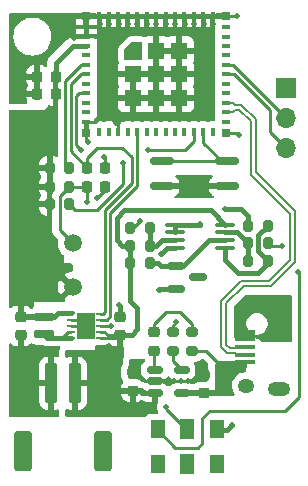
<source format=gtl>
%TF.GenerationSoftware,KiCad,Pcbnew,(6.0.1)*%
%TF.CreationDate,2022-03-11T00:25:21+11:00*%
%TF.ProjectId,WiFiTracingTag,57694669-5472-4616-9369-6e675461672e,rev?*%
%TF.SameCoordinates,PX66ff300PY791ddc0*%
%TF.FileFunction,Copper,L1,Top*%
%TF.FilePolarity,Positive*%
%FSLAX46Y46*%
G04 Gerber Fmt 4.6, Leading zero omitted, Abs format (unit mm)*
G04 Created by KiCad (PCBNEW (6.0.1)) date 2022-03-11 00:25:21*
%MOMM*%
%LPD*%
G01*
G04 APERTURE LIST*
G04 Aperture macros list*
%AMRoundRect*
0 Rectangle with rounded corners*
0 $1 Rounding radius*
0 $2 $3 $4 $5 $6 $7 $8 $9 X,Y pos of 4 corners*
0 Add a 4 corners polygon primitive as box body*
4,1,4,$2,$3,$4,$5,$6,$7,$8,$9,$2,$3,0*
0 Add four circle primitives for the rounded corners*
1,1,$1+$1,$2,$3*
1,1,$1+$1,$4,$5*
1,1,$1+$1,$6,$7*
1,1,$1+$1,$8,$9*
0 Add four rect primitives between the rounded corners*
20,1,$1+$1,$2,$3,$4,$5,0*
20,1,$1+$1,$4,$5,$6,$7,0*
20,1,$1+$1,$6,$7,$8,$9,0*
20,1,$1+$1,$8,$9,$2,$3,0*%
%AMFreePoly0*
4,1,18,-0.124998,0.730000,0.725000,0.730000,0.728536,0.728536,0.730000,0.725000,0.730000,-0.725000,0.728536,-0.728536,0.725000,-0.730000,-0.725000,-0.730000,-0.728536,-0.728536,-0.730000,-0.725000,-0.730000,0.124998,-0.730001,0.125000,-0.728536,0.128536,-0.128536,0.728535,-0.128536,0.728536,-0.126768,0.729268,-0.125000,0.730001,-0.124998,0.730000,-0.124998,0.730000,$1*%
G04 Aperture macros list end*
%TA.AperFunction,SMDPad,CuDef*%
%ADD10R,0.800000X0.400000*%
%TD*%
%TA.AperFunction,SMDPad,CuDef*%
%ADD11R,0.400000X0.800000*%
%TD*%
%TA.AperFunction,SMDPad,CuDef*%
%ADD12FreePoly0,0.000000*%
%TD*%
%TA.AperFunction,SMDPad,CuDef*%
%ADD13R,1.450000X1.450000*%
%TD*%
%TA.AperFunction,SMDPad,CuDef*%
%ADD14R,0.700000X0.700000*%
%TD*%
%TA.AperFunction,SMDPad,CuDef*%
%ADD15RoundRect,0.200000X-0.200000X-0.275000X0.200000X-0.275000X0.200000X0.275000X-0.200000X0.275000X0*%
%TD*%
%TA.AperFunction,SMDPad,CuDef*%
%ADD16RoundRect,0.225000X0.250000X-0.225000X0.250000X0.225000X-0.250000X0.225000X-0.250000X-0.225000X0*%
%TD*%
%TA.AperFunction,SMDPad,CuDef*%
%ADD17RoundRect,0.225000X0.225000X0.250000X-0.225000X0.250000X-0.225000X-0.250000X0.225000X-0.250000X0*%
%TD*%
%TA.AperFunction,SMDPad,CuDef*%
%ADD18C,1.500000*%
%TD*%
%TA.AperFunction,SMDPad,CuDef*%
%ADD19R,1.750000X0.400000*%
%TD*%
%TA.AperFunction,ComponentPad*%
%ADD20O,1.900000X1.250000*%
%TD*%
%TA.AperFunction,ComponentPad*%
%ADD21O,1.400000X1.250000*%
%TD*%
%TA.AperFunction,SMDPad,CuDef*%
%ADD22RoundRect,0.175000X-0.675000X0.175000X-0.675000X-0.175000X0.675000X-0.175000X0.675000X0.175000X0*%
%TD*%
%TA.AperFunction,SMDPad,CuDef*%
%ADD23RoundRect,0.150000X-0.512500X-0.150000X0.512500X-0.150000X0.512500X0.150000X-0.512500X0.150000X0*%
%TD*%
%TA.AperFunction,SMDPad,CuDef*%
%ADD24RoundRect,0.150000X-0.587500X-0.150000X0.587500X-0.150000X0.587500X0.150000X-0.587500X0.150000X0*%
%TD*%
%TA.AperFunction,SMDPad,CuDef*%
%ADD25RoundRect,0.200000X0.200000X0.275000X-0.200000X0.275000X-0.200000X-0.275000X0.200000X-0.275000X0*%
%TD*%
%TA.AperFunction,SMDPad,CuDef*%
%ADD26RoundRect,0.225000X-0.225000X-0.250000X0.225000X-0.250000X0.225000X0.250000X-0.225000X0.250000X0*%
%TD*%
%TA.AperFunction,SMDPad,CuDef*%
%ADD27R,1.200000X1.500000*%
%TD*%
%TA.AperFunction,SMDPad,CuDef*%
%ADD28R,1.250000X1.700000*%
%TD*%
%TA.AperFunction,SMDPad,CuDef*%
%ADD29R,1.250000X1.500000*%
%TD*%
%TA.AperFunction,SMDPad,CuDef*%
%ADD30R,1.250000X1.525000*%
%TD*%
%TA.AperFunction,SMDPad,CuDef*%
%ADD31R,1.225000X1.725000*%
%TD*%
%TA.AperFunction,ComponentPad*%
%ADD32R,1.700000X1.700000*%
%TD*%
%TA.AperFunction,ComponentPad*%
%ADD33O,1.700000X1.700000*%
%TD*%
%TA.AperFunction,SMDPad,CuDef*%
%ADD34RoundRect,0.100000X-0.712500X-0.100000X0.712500X-0.100000X0.712500X0.100000X-0.712500X0.100000X0*%
%TD*%
%TA.AperFunction,SMDPad,CuDef*%
%ADD35RoundRect,0.225000X-0.250000X0.225000X-0.250000X-0.225000X0.250000X-0.225000X0.250000X0.225000X0*%
%TD*%
%TA.AperFunction,SMDPad,CuDef*%
%ADD36RoundRect,0.218750X0.256250X-0.218750X0.256250X0.218750X-0.256250X0.218750X-0.256250X-0.218750X0*%
%TD*%
%TA.AperFunction,SMDPad,CuDef*%
%ADD37RoundRect,0.200000X0.275000X-0.200000X0.275000X0.200000X-0.275000X0.200000X-0.275000X-0.200000X0*%
%TD*%
%TA.AperFunction,SMDPad,CuDef*%
%ADD38RoundRect,0.175000X-0.825000X-0.175000X0.825000X-0.175000X0.825000X0.175000X-0.825000X0.175000X0*%
%TD*%
%TA.AperFunction,SMDPad,CuDef*%
%ADD39RoundRect,0.200000X-0.275000X0.200000X-0.275000X-0.200000X0.275000X-0.200000X0.275000X0.200000X0*%
%TD*%
%TA.AperFunction,SMDPad,CuDef*%
%ADD40RoundRect,0.250000X-0.250000X-1.500000X0.250000X-1.500000X0.250000X1.500000X-0.250000X1.500000X0*%
%TD*%
%TA.AperFunction,SMDPad,CuDef*%
%ADD41RoundRect,0.250001X-0.499999X-1.449999X0.499999X-1.449999X0.499999X1.449999X-0.499999X1.449999X0*%
%TD*%
%TA.AperFunction,SMDPad,CuDef*%
%ADD42RoundRect,0.075000X-0.225000X0.075000X-0.225000X-0.075000X0.225000X-0.075000X0.225000X0.075000X0*%
%TD*%
%TA.AperFunction,SMDPad,CuDef*%
%ADD43RoundRect,0.050000X-0.250000X0.050000X-0.250000X-0.050000X0.250000X-0.050000X0.250000X0.050000X0*%
%TD*%
%TA.AperFunction,SMDPad,CuDef*%
%ADD44R,1.500000X2.300000*%
%TD*%
%TA.AperFunction,ViaPad*%
%ADD45C,0.508000*%
%TD*%
%TA.AperFunction,Conductor*%
%ADD46C,0.250000*%
%TD*%
%TA.AperFunction,Conductor*%
%ADD47C,0.400000*%
%TD*%
%TA.AperFunction,Conductor*%
%ADD48C,0.200000*%
%TD*%
G04 APERTURE END LIST*
D10*
%TO.P,U4,1,GND*%
%TO.N,GND*%
X7075000Y38300000D03*
%TO.P,U4,2,GND*%
X7075000Y37500000D03*
%TO.P,U4,3,3V3*%
%TO.N,+3V3*%
X7075000Y36700000D03*
%TO.P,U4,4,NC*%
%TO.N,unconnected-(U4-Pad4)*%
X7075000Y35900000D03*
%TO.P,U4,5,IO2*%
%TO.N,Net-(R10-Pad2)*%
X7075000Y35100000D03*
%TO.P,U4,6,IO3*%
%TO.N,BM*%
X7075000Y34300000D03*
%TO.P,U4,7,NC*%
%TO.N,unconnected-(U4-Pad7)*%
X7075000Y33500000D03*
%TO.P,U4,8,EN*%
%TO.N,Net-(C5-Pad1)*%
X7075000Y32700000D03*
%TO.P,U4,9,NC*%
%TO.N,unconnected-(U4-Pad9)*%
X7075000Y31900000D03*
%TO.P,U4,10,NC*%
%TO.N,unconnected-(U4-Pad10)*%
X7075000Y31100000D03*
%TO.P,U4,11,GND*%
%TO.N,GND*%
X7075000Y30300000D03*
D11*
%TO.P,U4,12,IO0*%
%TO.N,unconnected-(U4-Pad12)*%
X8175000Y29400000D03*
%TO.P,U4,13,IO1*%
%TO.N,unconnected-(U4-Pad13)*%
X8975000Y29400000D03*
%TO.P,U4,14,GND*%
%TO.N,GND*%
X9775000Y29400000D03*
%TO.P,U4,15,NC*%
%TO.N,unconnected-(U4-Pad15)*%
X10575000Y29400000D03*
%TO.P,U4,16,IO10*%
%TO.N,BM_EN*%
X11375000Y29400000D03*
%TO.P,U4,17,NC*%
%TO.N,unconnected-(U4-Pad17)*%
X12175000Y29400000D03*
%TO.P,U4,18,IO4*%
%TO.N,unconnected-(U4-Pad18)*%
X12975000Y29400000D03*
%TO.P,U4,19,IO5*%
%TO.N,unconnected-(U4-Pad19)*%
X13775000Y29400000D03*
%TO.P,U4,20,IO6*%
%TO.N,unconnected-(U4-Pad20)*%
X14575000Y29400000D03*
%TO.P,U4,21,IO7*%
%TO.N,unconnected-(U4-Pad21)*%
X15375000Y29400000D03*
%TO.P,U4,22,IO8*%
%TO.N,Net-(R11-Pad1)*%
X16175000Y29400000D03*
%TO.P,U4,23,IO9*%
%TO.N,Net-(BOOT1-Pad1)*%
X16975000Y29400000D03*
%TO.P,U4,24,NC*%
%TO.N,unconnected-(U4-Pad24)*%
X17775000Y29400000D03*
D10*
%TO.P,U4,25,NC*%
%TO.N,unconnected-(U4-Pad25)*%
X18875000Y30300000D03*
%TO.P,U4,26,IO18*%
%TO.N,USB_D-*%
X18875000Y31100000D03*
%TO.P,U4,27,IO19*%
%TO.N,USB_D+*%
X18875000Y31900000D03*
%TO.P,U4,28,NC*%
%TO.N,unconnected-(U4-Pad28)*%
X18875000Y32700000D03*
%TO.P,U4,29,NC*%
%TO.N,unconnected-(U4-Pad29)*%
X18875000Y33500000D03*
%TO.P,U4,30,RXD0*%
%TO.N,RX*%
X18875000Y34300000D03*
%TO.P,U4,31,TXD0*%
%TO.N,TX*%
X18875000Y35100000D03*
%TO.P,U4,32,NC*%
%TO.N,unconnected-(U4-Pad32)*%
X18875000Y35900000D03*
%TO.P,U4,33,NC*%
%TO.N,unconnected-(U4-Pad33)*%
X18875000Y36700000D03*
%TO.P,U4,34,NC*%
%TO.N,unconnected-(U4-Pad34)*%
X18875000Y37500000D03*
%TO.P,U4,35,NC*%
%TO.N,unconnected-(U4-Pad35)*%
X18875000Y38300000D03*
D11*
%TO.P,U4,36,GND*%
%TO.N,GND*%
X17775000Y39200000D03*
%TO.P,U4,37,GND*%
X16975000Y39200000D03*
%TO.P,U4,38,GND*%
X16175000Y39200000D03*
%TO.P,U4,39,GND*%
X15375000Y39200000D03*
%TO.P,U4,40,GND*%
X14575000Y39200000D03*
%TO.P,U4,41,GND*%
X13775000Y39200000D03*
%TO.P,U4,42,GND*%
X12975000Y39200000D03*
%TO.P,U4,43,GND*%
X12175000Y39200000D03*
%TO.P,U4,44,GND*%
X11375000Y39200000D03*
%TO.P,U4,45,GND*%
X10575000Y39200000D03*
%TO.P,U4,46,GND*%
X9775000Y39200000D03*
%TO.P,U4,47,GND*%
X8975000Y39200000D03*
%TO.P,U4,48,GND*%
X8175000Y39200000D03*
D12*
%TO.P,U4,49_1,GND*%
X11000000Y36275000D03*
D13*
%TO.P,U4,49_2,GND*%
X12975000Y36275000D03*
%TO.P,U4,49_3,GND*%
X14950000Y36275000D03*
%TO.P,U4,49_4,GND*%
X14950000Y34300000D03*
%TO.P,U4,49_5,GND*%
X14950000Y32325000D03*
%TO.P,U4,49_6,GND*%
X12975000Y32325000D03*
%TO.P,U4,49_7,GND*%
X11000000Y32325000D03*
%TO.P,U4,49_8,GND*%
X11000000Y34300000D03*
%TO.P,U4,49_9,GND*%
X12975000Y34300000D03*
D14*
%TO.P,U4,50,GND*%
X18925000Y39250000D03*
%TO.P,U4,51,GND*%
X18925000Y29350000D03*
%TO.P,U4,52,GND*%
X7025000Y29350000D03*
%TO.P,U4,53,GND*%
X7025000Y39250000D03*
%TD*%
D15*
%TO.P,R2,1*%
%TO.N,+BATT*%
X10775000Y19800000D03*
%TO.P,R2,2*%
%TO.N,Net-(R2-Pad2)*%
X12425000Y19800000D03*
%TD*%
D16*
%TO.P,C3,1*%
%TO.N,+BATT*%
X11000000Y7525000D03*
%TO.P,C3,2*%
%TO.N,GND*%
X11000000Y9075000D03*
%TD*%
D17*
%TO.P,C6,1*%
%TO.N,+3V3*%
X4475000Y32600000D03*
%TO.P,C6,2*%
%TO.N,GND*%
X2925000Y32600000D03*
%TD*%
D18*
%TO.P,TP1,1,1*%
%TO.N,Net-(C5-Pad1)*%
X5900000Y20000000D03*
%TD*%
D19*
%TO.P,J2,1,VBUS*%
%TO.N,VCC*%
X20542500Y9925000D03*
%TO.P,J2,2,D-*%
%TO.N,USB_D-*%
X20542500Y10575000D03*
%TO.P,J2,3,D+*%
%TO.N,USB_D+*%
X20542500Y11225000D03*
%TO.P,J2,4,ID*%
%TO.N,GND*%
X20542500Y11875000D03*
%TO.P,J2,5,GND*%
X20542500Y12525000D03*
D20*
%TO.P,J2,6,Shield*%
X23417500Y14825000D03*
D21*
X20617500Y14525000D03*
X20617500Y7925000D03*
D20*
X23417500Y7625000D03*
%TD*%
D16*
%TO.P,C1,1*%
%TO.N,VCC*%
X17000000Y7325000D03*
%TO.P,C1,2*%
%TO.N,GND*%
X17000000Y8875000D03*
%TD*%
D22*
%TO.P,L1,1*%
%TO.N,Net-(L1-Pad1)*%
X3500000Y12275000D03*
%TO.P,L1,2*%
%TO.N,+3V3*%
X3500000Y13725000D03*
%TD*%
D23*
%TO.P,U2,1,STAT*%
%TO.N,Net-(D1-Pad1)*%
X12862500Y9250000D03*
%TO.P,U2,2,VSS*%
%TO.N,GND*%
X12862500Y8300000D03*
%TO.P,U2,3,VBAT*%
%TO.N,+BATT*%
X12862500Y7350000D03*
%TO.P,U2,4,VDD*%
%TO.N,VCC*%
X15137500Y7350000D03*
%TO.P,U2,5,PROG*%
%TO.N,Net-(R1-Pad2)*%
X15137500Y9250000D03*
%TD*%
D24*
%TO.P,D2,1,K*%
%TO.N,Net-(D2-Pad1)*%
X14622500Y18050000D03*
%TO.P,D2,2,A*%
%TO.N,GND*%
X14622500Y16150000D03*
%TO.P,D2,3*%
%TO.N,N/C*%
X16497500Y17100000D03*
%TD*%
D25*
%TO.P,R6,1*%
%TO.N,Net-(D2-Pad1)*%
X12425000Y18300000D03*
%TO.P,R6,2*%
%TO.N,+BATT*%
X10775000Y18300000D03*
%TD*%
D26*
%TO.P,C5,1*%
%TO.N,Net-(C5-Pad1)*%
X7125000Y24800000D03*
%TO.P,C5,2*%
%TO.N,GND*%
X8675000Y24800000D03*
%TD*%
D27*
%TO.P,SW1,1,A*%
%TO.N,Net-(R8-Pad1)*%
X13100000Y4300000D03*
D28*
%TO.P,SW1,2,B*%
%TO.N,EN*%
X15600000Y4300000D03*
D29*
%TO.P,SW1,3,C*%
%TO.N,GND*%
X18100000Y4300000D03*
D30*
%TO.P,SW1,4*%
%TO.N,N/C*%
X13100000Y1287500D03*
D31*
%TO.P,SW1,5*%
X15587500Y1287500D03*
D30*
%TO.P,SW1,6*%
X18100000Y1287500D03*
%TD*%
D32*
%TO.P,J1,1,Pin_1*%
%TO.N,GND*%
X24000000Y33125000D03*
D33*
%TO.P,J1,2,Pin_2*%
%TO.N,TX*%
X24000000Y30585000D03*
%TO.P,J1,3,Pin_3*%
%TO.N,RX*%
X24000000Y28045000D03*
%TD*%
D15*
%TO.P,R9,1*%
%TO.N,+3V3*%
X3975000Y24800000D03*
%TO.P,R9,2*%
%TO.N,Net-(C5-Pad1)*%
X5625000Y24800000D03*
%TD*%
D34*
%TO.P,U1,1*%
%TO.N,Net-(R5-Pad1)*%
X14587500Y21575000D03*
%TO.P,U1,2,-*%
X14587500Y20925000D03*
%TO.P,U1,3,+*%
%TO.N,Net-(R2-Pad2)*%
X14587500Y20275000D03*
%TO.P,U1,4,V-*%
%TO.N,GND*%
X14587500Y19625000D03*
%TO.P,U1,5,+*%
%TO.N,Net-(R5-Pad2)*%
X18812500Y19625000D03*
%TO.P,U1,6,-*%
%TO.N,Net-(D2-Pad1)*%
X18812500Y20275000D03*
%TO.P,U1,7*%
%TO.N,Net-(R7-Pad1)*%
X18812500Y20925000D03*
%TO.P,U1,8,V+*%
%TO.N,+BATT*%
X18812500Y21575000D03*
%TD*%
D35*
%TO.P,C4,1*%
%TO.N,+3V3*%
X1500000Y13775000D03*
%TO.P,C4,2*%
%TO.N,GND*%
X1500000Y12225000D03*
%TD*%
D25*
%TO.P,R11,1*%
%TO.N,Net-(R11-Pad1)*%
X5625000Y23300000D03*
%TO.P,R11,2*%
%TO.N,+3V3*%
X3975000Y23300000D03*
%TD*%
D26*
%TO.P,C8,1*%
%TO.N,BM*%
X7125000Y26400000D03*
%TO.P,C8,2*%
%TO.N,GND*%
X8675000Y26400000D03*
%TD*%
D15*
%TO.P,R5,1*%
%TO.N,Net-(R5-Pad1)*%
X20775000Y21500000D03*
%TO.P,R5,2*%
%TO.N,Net-(R5-Pad2)*%
X22425000Y21500000D03*
%TD*%
D36*
%TO.P,D1,1,K*%
%TO.N,Net-(D1-Pad1)*%
X12800000Y10912500D03*
%TO.P,D1,2,A*%
%TO.N,Net-(D1-Pad2)*%
X12800000Y12487500D03*
%TD*%
D37*
%TO.P,R4,1*%
%TO.N,VCC*%
X16000000Y10875000D03*
%TO.P,R4,2*%
%TO.N,Net-(D1-Pad2)*%
X16000000Y12525000D03*
%TD*%
D38*
%TO.P,BOOT1,1,1*%
%TO.N,Net-(BOOT1-Pad1)*%
X13450000Y26975000D03*
X18950000Y26975000D03*
%TO.P,BOOT1,2,2*%
%TO.N,GND*%
X18950000Y24825000D03*
X13450000Y24825000D03*
%TD*%
D39*
%TO.P,R1,1*%
%TO.N,GND*%
X14400000Y12525000D03*
%TO.P,R1,2*%
%TO.N,Net-(R1-Pad2)*%
X14400000Y10875000D03*
%TD*%
D15*
%TO.P,R7,1*%
%TO.N,Net-(R7-Pad1)*%
X20775000Y18500000D03*
%TO.P,R7,2*%
%TO.N,Net-(R5-Pad2)*%
X22425000Y18500000D03*
%TD*%
D16*
%TO.P,C2,1*%
%TO.N,+BATT*%
X9900000Y12225000D03*
%TO.P,C2,2*%
%TO.N,GND*%
X9900000Y13775000D03*
%TD*%
D15*
%TO.P,R10,1*%
%TO.N,+3V3*%
X3975000Y26400000D03*
%TO.P,R10,2*%
%TO.N,Net-(R10-Pad2)*%
X5625000Y26400000D03*
%TD*%
D40*
%TO.P,BT1,1,-*%
%TO.N,GND*%
X4100000Y8150000D03*
%TO.P,BT1,2,+*%
%TO.N,+BATT*%
X6100000Y8150000D03*
D41*
%TO.P,BT1,MP*%
%TO.N,N/C*%
X1750000Y2400000D03*
X8450000Y2400000D03*
%TD*%
D42*
%TO.P,U3,1,VOUT*%
%TO.N,+3V3*%
X5750000Y14050000D03*
D43*
%TO.P,U3,2,AGND*%
%TO.N,GND*%
X5750000Y13500000D03*
%TO.P,U3,3,PGND*%
X5750000Y13000000D03*
%TO.P,U3,4,LX*%
%TO.N,Net-(L1-Pad1)*%
X5750000Y12500000D03*
%TO.P,U3,5,LX*%
X5750000Y12000000D03*
%TO.P,U3,6,PVIN*%
%TO.N,+BATT*%
X8250000Y12000000D03*
%TO.P,U3,7,AVIN*%
X8250000Y12500000D03*
%TO.P,U3,8,CE1*%
%TO.N,EN*%
X8250000Y13000000D03*
%TO.P,U3,9,CE2*%
%TO.N,BM_EN*%
X8250000Y13500000D03*
%TO.P,U3,10,BM*%
%TO.N,BM*%
X8250000Y14000000D03*
D44*
%TO.P,U3,11,PGND*%
%TO.N,GND*%
X7000000Y13000000D03*
%TD*%
D25*
%TO.P,R8,1*%
%TO.N,Net-(R8-Pad1)*%
X22425000Y20000000D03*
%TO.P,R8,2*%
%TO.N,Net-(R7-Pad1)*%
X20775000Y20000000D03*
%TD*%
%TO.P,R3,1*%
%TO.N,Net-(R2-Pad2)*%
X12425000Y21300000D03*
%TO.P,R3,2*%
%TO.N,GND*%
X10775000Y21300000D03*
%TD*%
D17*
%TO.P,C7,1*%
%TO.N,+3V3*%
X4475000Y34100000D03*
%TO.P,C7,2*%
%TO.N,GND*%
X2925000Y34100000D03*
%TD*%
D18*
%TO.P,TP2,1,1*%
%TO.N,+3V3*%
X5900000Y16300000D03*
%TD*%
D45*
%TO.N,GND*%
X13400000Y19100000D03*
X11000000Y32300000D03*
X1000000Y8600000D03*
X13000000Y38600000D03*
X8600000Y27300000D03*
X23000000Y12400000D03*
X13200000Y16000000D03*
X15400000Y24800000D03*
X6600000Y12400000D03*
X1800000Y7800000D03*
X1800000Y32900000D03*
X23000000Y13200000D03*
X17000000Y24800000D03*
X11000000Y36300000D03*
X1800000Y34300000D03*
X16500000Y9800000D03*
X9800000Y38600000D03*
X4600000Y39200000D03*
X11000000Y34300000D03*
X11800000Y8500000D03*
X5400000Y39200000D03*
X11400000Y38600000D03*
X17000000Y38600000D03*
X7200000Y28600000D03*
X15400000Y38600000D03*
X24000000Y13200000D03*
X14500000Y8300000D03*
X24000000Y12400000D03*
X15100000Y8300000D03*
X13800000Y38600000D03*
X800000Y34300000D03*
X800000Y32200000D03*
X1800000Y33600000D03*
X15000000Y34300000D03*
X10900000Y9900000D03*
X2600000Y10200000D03*
X1800000Y32200000D03*
X14700000Y13300000D03*
X19400000Y4600000D03*
X6200000Y39200000D03*
X11600000Y21900000D03*
X2600000Y8600000D03*
X19800000Y39200000D03*
X13000000Y32300000D03*
X7400000Y13600000D03*
X9800000Y14800000D03*
X17100000Y9800000D03*
X15000000Y32300000D03*
X11500000Y9900000D03*
X13000000Y34300000D03*
X15700000Y8300000D03*
X17800000Y38600000D03*
X1000000Y7000000D03*
X9600000Y30200000D03*
X6000000Y38200000D03*
X6600000Y13000000D03*
X1800000Y9400000D03*
X800000Y32900000D03*
X14600000Y38600000D03*
X13000000Y36300000D03*
X7400000Y12400000D03*
X1800000Y6200000D03*
X12200000Y38600000D03*
X7400000Y13000000D03*
X20000000Y29200000D03*
X800000Y33600000D03*
X16300000Y8400000D03*
X9000000Y38600000D03*
X6600000Y13600000D03*
X16200000Y38600000D03*
X15000000Y36300000D03*
X8200000Y38600000D03*
X10600000Y38600000D03*
X1000000Y10200000D03*
X2600000Y7000000D03*
X8000000Y23800000D03*
X6000000Y37400000D03*
X8000000Y30400000D03*
%TO.N,Net-(C5-Pad1)*%
X6624799Y27924799D03*
X7100000Y23500000D03*
%TO.N,Net-(R5-Pad1)*%
X16700000Y21600000D03*
X18800000Y22900000D03*
%TO.N,Net-(R8-Pad1)*%
X23600000Y19800000D03*
X25000000Y17600000D03*
%TO.N,Net-(R11-Pad1)*%
X12300000Y27900000D03*
X10206640Y26793360D03*
%TO.N,EN*%
X9200000Y13000000D03*
X13800000Y6100000D03*
%TD*%
D46*
%TO.N,Net-(R8-Pad1)*%
X14600000Y2700000D02*
X13100000Y4200000D01*
X16500000Y2700000D02*
X14600000Y2700000D01*
X23900000Y5800000D02*
X17500000Y5800000D01*
X25100000Y7000000D02*
X23900000Y5800000D01*
X17500000Y5800000D02*
X16900000Y5200000D01*
X25100000Y17500000D02*
X25100000Y7000000D01*
X25000000Y17600000D02*
X25100000Y17500000D01*
X16900000Y5200000D02*
X16900000Y3100000D01*
X16900000Y3100000D02*
X16500000Y2700000D01*
%TO.N,EN*%
X9200000Y13000000D02*
X8250000Y13000000D01*
%TO.N,GND*%
X8675000Y24475000D02*
X8675000Y24800000D01*
X8000000Y23800000D02*
X8675000Y24475000D01*
D47*
%TO.N,+BATT*%
X10100000Y19800000D02*
X10775000Y19800000D01*
X10300000Y22800000D02*
X9625000Y22125000D01*
X17587500Y22800000D02*
X10300000Y22800000D01*
X9625000Y22125000D02*
X9625000Y20275000D01*
X9625000Y20275000D02*
X10100000Y19800000D01*
X18812500Y21575000D02*
X17587500Y22800000D01*
D46*
%TO.N,Net-(D1-Pad2)*%
X16000000Y13200000D02*
X16000000Y12525000D01*
X13800000Y14200000D02*
X15000000Y14200000D01*
X12800000Y13200000D02*
X13800000Y14200000D01*
X15000000Y14200000D02*
X16000000Y13200000D01*
X12800000Y12487500D02*
X12800000Y13200000D01*
%TO.N,GND*%
X6500000Y13500000D02*
X6600000Y13600000D01*
X5750000Y13500000D02*
X6500000Y13500000D01*
X5750000Y13000000D02*
X6600000Y13000000D01*
%TO.N,Net-(L1-Pad1)*%
X5500000Y12500000D02*
X5000000Y12000000D01*
X5750000Y12500000D02*
X5500000Y12500000D01*
D47*
X5000000Y12000000D02*
X3775000Y12000000D01*
X5750000Y12000000D02*
X5000000Y12000000D01*
X3775000Y12000000D02*
X3500000Y12275000D01*
%TO.N,GND*%
X14587500Y19625000D02*
X13925000Y19625000D01*
D46*
X7900000Y30300000D02*
X8000000Y30400000D01*
X11000000Y21300000D02*
X11600000Y21900000D01*
X13775000Y38625000D02*
X13800000Y38600000D01*
X7075000Y37500000D02*
X6100000Y37500000D01*
X16975000Y39200000D02*
X16975000Y38625000D01*
X6250000Y39250000D02*
X7025000Y39250000D01*
X12175000Y38625000D02*
X12200000Y38600000D01*
X16975000Y38625000D02*
X17000000Y38600000D01*
X7075000Y38300000D02*
X6100000Y38300000D01*
X17775000Y38625000D02*
X17800000Y38600000D01*
X6100000Y38300000D02*
X6000000Y38200000D01*
D47*
X9900000Y14700000D02*
X9800000Y14800000D01*
D46*
X17775000Y39200000D02*
X17775000Y38625000D01*
X9775000Y39200000D02*
X9775000Y38625000D01*
X14400000Y12525000D02*
X14400000Y13000000D01*
X6100000Y37500000D02*
X6000000Y37400000D01*
D47*
X19000000Y4200000D02*
X19400000Y4600000D01*
D46*
X10575000Y39200000D02*
X10575000Y38625000D01*
X10775000Y21300000D02*
X11000000Y21300000D01*
X8675000Y27225000D02*
X8600000Y27300000D01*
D47*
X18100000Y4200000D02*
X19000000Y4200000D01*
D46*
X14575000Y38625000D02*
X14600000Y38600000D01*
X14400000Y13000000D02*
X14700000Y13300000D01*
X8975000Y39200000D02*
X8975000Y38625000D01*
X6200000Y39200000D02*
X6250000Y39250000D01*
X9775000Y29400000D02*
X9775000Y30025000D01*
X11375000Y39200000D02*
X11375000Y38625000D01*
X14575000Y39200000D02*
X14575000Y38625000D01*
D47*
X14622500Y16150000D02*
X13350000Y16150000D01*
D46*
X18925000Y29350000D02*
X19850000Y29350000D01*
X8175000Y39200000D02*
X8175000Y38625000D01*
X12975000Y39200000D02*
X12975000Y38625000D01*
X12175000Y39200000D02*
X12175000Y38625000D01*
X19850000Y29350000D02*
X20000000Y29200000D01*
X19800000Y39200000D02*
X19750000Y39250000D01*
X7025000Y28775000D02*
X7200000Y28600000D01*
X16175000Y39200000D02*
X16175000Y38625000D01*
X8175000Y38625000D02*
X8200000Y38600000D01*
X11375000Y38625000D02*
X11400000Y38600000D01*
X19750000Y39250000D02*
X18925000Y39250000D01*
X8975000Y38625000D02*
X9000000Y38600000D01*
X8675000Y26400000D02*
X8675000Y27225000D01*
D47*
X13350000Y16150000D02*
X13200000Y16000000D01*
D46*
X7025000Y29350000D02*
X7025000Y28775000D01*
X15375000Y38625000D02*
X15400000Y38600000D01*
X15375000Y39200000D02*
X15375000Y38625000D01*
X9775000Y38625000D02*
X9800000Y38600000D01*
X16175000Y38625000D02*
X16200000Y38600000D01*
D47*
X13925000Y19625000D02*
X13400000Y19100000D01*
D46*
X9775000Y30025000D02*
X9600000Y30200000D01*
X12975000Y38625000D02*
X13000000Y38600000D01*
X10575000Y38625000D02*
X10600000Y38600000D01*
X7075000Y30300000D02*
X7900000Y30300000D01*
D47*
X9900000Y13775000D02*
X9900000Y14700000D01*
D46*
X13775000Y39200000D02*
X13775000Y38625000D01*
D47*
%TO.N,+BATT*%
X10925000Y12225000D02*
X9900000Y12225000D01*
X11400000Y14500000D02*
X11400000Y12700000D01*
D46*
X9900000Y12225000D02*
X10127540Y12225000D01*
X9900000Y12225000D02*
X9875000Y12200000D01*
X9875000Y12200000D02*
X8900000Y12200000D01*
D47*
X10775000Y19800000D02*
X10775000Y18300000D01*
X10775000Y18300000D02*
X10775000Y15125000D01*
X10775000Y15125000D02*
X11400000Y14500000D01*
D46*
X8900000Y12200000D02*
X8600000Y12500000D01*
X8600000Y12500000D02*
X8250000Y12500000D01*
D47*
X11400000Y12700000D02*
X10925000Y12225000D01*
D46*
X9675000Y12000000D02*
X9900000Y12225000D01*
X8250000Y12000000D02*
X9675000Y12000000D01*
%TO.N,VCC*%
X17225000Y10875000D02*
X16000000Y10875000D01*
X20542500Y9925000D02*
X18175000Y9925000D01*
X18175000Y9925000D02*
X17225000Y10875000D01*
D47*
%TO.N,+3V3*%
X5900000Y36700000D02*
X4475000Y35275000D01*
X4325000Y13725000D02*
X4650000Y14050000D01*
X7075000Y36700000D02*
X5900000Y36700000D01*
X3500000Y13725000D02*
X4325000Y13725000D01*
X1550000Y13725000D02*
X1500000Y13775000D01*
X4650000Y14050000D02*
X5750000Y14050000D01*
X3500000Y13725000D02*
X1550000Y13725000D01*
X4475000Y35275000D02*
X4475000Y34100000D01*
D46*
%TO.N,Net-(C5-Pad1)*%
X6200000Y32475000D02*
X6200000Y28349598D01*
X7100000Y24775000D02*
X7125000Y24800000D01*
X6200000Y28349598D02*
X6624799Y27924799D01*
X4800000Y21100000D02*
X4800000Y23975000D01*
X7100000Y23500000D02*
X7100000Y24775000D01*
X4800000Y23975000D02*
X5625000Y24800000D01*
X5900000Y20000000D02*
X4800000Y21100000D01*
X6425000Y32700000D02*
X6200000Y32475000D01*
X7075000Y32700000D02*
X6425000Y32700000D01*
X7125000Y24800000D02*
X5625000Y24800000D01*
%TO.N,Net-(D1-Pad1)*%
X12800000Y9312500D02*
X12862500Y9250000D01*
X12800000Y10912500D02*
X12800000Y9312500D01*
D47*
%TO.N,Net-(D2-Pad1)*%
X14622500Y18050000D02*
X13350000Y18050000D01*
X14622500Y18050000D02*
X15250000Y18050000D01*
X13100000Y18300000D02*
X12425000Y18300000D01*
X17475000Y20275000D02*
X18812500Y20275000D01*
X13350000Y18050000D02*
X13100000Y18300000D01*
X15250000Y18050000D02*
X17475000Y20275000D01*
D46*
%TO.N,TX*%
X19500000Y35100000D02*
X18875000Y35100000D01*
X24000000Y30585000D02*
X19500000Y35085000D01*
X19500000Y35085000D02*
X19500000Y35100000D01*
%TO.N,RX*%
X19600000Y34300000D02*
X18875000Y34300000D01*
X24000000Y28045000D02*
X22600000Y29445000D01*
X22600000Y29445000D02*
X22600000Y31300000D01*
X22600000Y31300000D02*
X19600000Y34300000D01*
D48*
%TO.N,USB_D-*%
X19867500Y10575000D02*
X19767500Y10675000D01*
X20975000Y30306800D02*
X20006800Y31275000D01*
X19006800Y10675000D02*
X18475000Y11206800D01*
X24275000Y22506800D02*
X20975000Y25806800D01*
X19767500Y10675000D02*
X19006800Y10675000D01*
X22506800Y16825000D02*
X24275000Y18593200D01*
X20206800Y16825000D02*
X22506800Y16825000D01*
X20542500Y10575000D02*
X19867500Y10575000D01*
X20006800Y31275000D02*
X19650001Y31275000D01*
X24275000Y18593200D02*
X24275000Y22506800D01*
X20975000Y25806800D02*
X20975000Y30306800D01*
X18475000Y11206800D02*
X18475000Y15093200D01*
X19475001Y31100000D02*
X18875000Y31100000D01*
X19650001Y31275000D02*
X19475001Y31100000D01*
X18475000Y15093200D02*
X20206800Y16825000D01*
%TO.N,USB_D+*%
X19475001Y31900000D02*
X18875000Y31900000D01*
X18925000Y14906800D02*
X20393200Y16375000D01*
X24725000Y18406800D02*
X24725000Y22693200D01*
X21425000Y30493200D02*
X20193200Y31725000D01*
X20193200Y31725000D02*
X19650001Y31725000D01*
X24725000Y22693200D02*
X21425000Y25993200D01*
X21425000Y25993200D02*
X21425000Y30493200D01*
X19767500Y11125000D02*
X19193200Y11125000D01*
X20542500Y11225000D02*
X19867500Y11225000D01*
X19650001Y31725000D02*
X19475001Y31900000D01*
X19193200Y11125000D02*
X18925000Y11393200D01*
X22693200Y16375000D02*
X24725000Y18406800D01*
X20393200Y16375000D02*
X22693200Y16375000D01*
X19867500Y11225000D02*
X19767500Y11125000D01*
X18925000Y11393200D02*
X18925000Y14906800D01*
D46*
%TO.N,Net-(R1-Pad2)*%
X14400000Y10875000D02*
X14400000Y9987500D01*
X14400000Y9987500D02*
X15137500Y9250000D01*
D47*
%TO.N,Net-(R2-Pad2)*%
X12425000Y19800000D02*
X12425000Y21300000D01*
X12425000Y19800000D02*
X13000000Y19800000D01*
X13000000Y19800000D02*
X13475000Y20275000D01*
X13475000Y20275000D02*
X14587500Y20275000D01*
%TO.N,Net-(R5-Pad1)*%
X18800000Y22900000D02*
X20200000Y22900000D01*
X14587500Y20925000D02*
X14587500Y21575000D01*
X14587500Y21575000D02*
X16675000Y21575000D01*
X20775000Y22325000D02*
X20775000Y21500000D01*
X20200000Y22900000D02*
X20775000Y22325000D01*
X16675000Y21575000D02*
X16700000Y21600000D01*
%TO.N,Net-(R5-Pad2)*%
X21600000Y20675000D02*
X21600000Y19325000D01*
X22425000Y21500000D02*
X21600000Y20675000D01*
X21600000Y17500000D02*
X19900000Y17500000D01*
X22425000Y18500000D02*
X22425000Y18325000D01*
X22425000Y18325000D02*
X21600000Y17500000D01*
X18812500Y18587500D02*
X18812500Y19625000D01*
X21600000Y19325000D02*
X22425000Y18500000D01*
X19900000Y17500000D02*
X18812500Y18587500D01*
%TO.N,Net-(R7-Pad1)*%
X20775000Y20000000D02*
X20775000Y18500000D01*
X19850000Y20925000D02*
X20775000Y20000000D01*
X18812500Y20925000D02*
X19850000Y20925000D01*
D46*
%TO.N,Net-(R8-Pad1)*%
X23600000Y19800000D02*
X22625000Y19800000D01*
X22625000Y19800000D02*
X22425000Y20000000D01*
%TO.N,Net-(R10-Pad2)*%
X5300000Y33774022D02*
X6625978Y35100000D01*
X5300000Y26725000D02*
X5300000Y33774022D01*
X5625000Y26400000D02*
X5300000Y26725000D01*
X6625978Y35100000D02*
X7075000Y35100000D01*
%TO.N,Net-(R11-Pad1)*%
X6149511Y22775489D02*
X8004054Y22775489D01*
X8004054Y22775489D02*
X10200980Y24972415D01*
X16175000Y28675000D02*
X16175000Y29400000D01*
X12300000Y27900000D02*
X15400000Y27900000D01*
X10200980Y24972415D02*
X10200980Y26787701D01*
X15400000Y27900000D02*
X16175000Y28675000D01*
X5625000Y23300000D02*
X6149511Y22775489D01*
%TO.N,EN*%
X13800000Y6000000D02*
X15600000Y4200000D01*
X13800000Y6100000D02*
X13800000Y6000000D01*
%TO.N,BM_EN*%
X8800000Y13500000D02*
X9100480Y13800480D01*
X9100480Y22600480D02*
X11375000Y24875000D01*
X11375000Y24875000D02*
X11375000Y29400000D01*
X9100480Y13800480D02*
X9100480Y22600480D01*
X8250000Y13500000D02*
X8800000Y13500000D01*
%TO.N,BM*%
X8000000Y28100000D02*
X7125000Y27225000D01*
X8500000Y14000000D02*
X8650960Y14150960D01*
X6600000Y34300000D02*
X7075000Y34300000D01*
X10100000Y28100000D02*
X8000000Y28100000D01*
X8250000Y14000000D02*
X8500000Y14000000D01*
X7125000Y26400000D02*
X5749520Y27775480D01*
X5749520Y33449520D02*
X6600000Y34300000D01*
X5749520Y27775480D02*
X5749520Y33449520D01*
X10925480Y25061198D02*
X10925480Y27274520D01*
X8650960Y14150960D02*
X8650960Y22786678D01*
X10925480Y27274520D02*
X10100000Y28100000D01*
X7125000Y27225000D02*
X7125000Y26400000D01*
X8650960Y22786678D02*
X10925480Y25061198D01*
%TO.N,Net-(BOOT1-Pad1)*%
X18525000Y26975000D02*
X18950000Y26975000D01*
X18950000Y26975000D02*
X13450000Y26975000D01*
X16975000Y28525000D02*
X18525000Y26975000D01*
X16975000Y29400000D02*
X16975000Y28525000D01*
%TD*%
%TA.AperFunction,Conductor*%
%TO.N,GND*%
G36*
X1696121Y12458998D02*
G01*
X1742614Y12405342D01*
X1754000Y12353000D01*
X1754000Y11285115D01*
X1758475Y11269876D01*
X1759865Y11268671D01*
X1767548Y11267000D01*
X1795438Y11267000D01*
X1801953Y11267337D01*
X1894057Y11276894D01*
X1907456Y11279788D01*
X2056107Y11329381D01*
X2069286Y11335555D01*
X2202173Y11417788D01*
X2213579Y11426828D01*
X2295734Y11509127D01*
X2358016Y11543207D01*
X2428836Y11538204D01*
X2450178Y11527886D01*
X2535164Y11476417D01*
X2535167Y11476416D01*
X2541664Y11472481D01*
X2548914Y11470209D01*
X2693144Y11425009D01*
X2693147Y11425008D01*
X2699527Y11423009D01*
X2770366Y11416500D01*
X3327368Y11416500D01*
X3392363Y11397416D01*
X3392805Y11398146D01*
X3399305Y11394210D01*
X3405282Y11389523D01*
X3412206Y11386396D01*
X3414461Y11385031D01*
X3429185Y11376632D01*
X3431524Y11375378D01*
X3437739Y11371010D01*
X3444815Y11368251D01*
X3444819Y11368249D01*
X3497269Y11347800D01*
X3503334Y11345251D01*
X3561573Y11318955D01*
X3569038Y11317571D01*
X3571582Y11316774D01*
X3587848Y11312141D01*
X3590428Y11311479D01*
X3597509Y11308718D01*
X3605042Y11307726D01*
X3605043Y11307726D01*
X3637699Y11303427D01*
X3660857Y11300378D01*
X3667355Y11299350D01*
X3730187Y11287704D01*
X3737767Y11288141D01*
X3737768Y11288141D01*
X3792398Y11291291D01*
X3799651Y11291500D01*
X4730715Y11291500D01*
X4798836Y11271498D01*
X4845329Y11217842D01*
X4855433Y11147568D01*
X4845328Y11113157D01*
X4832579Y11085240D01*
X4812577Y11017119D01*
X4811937Y11012671D01*
X4811936Y11012664D01*
X4792639Y10878448D01*
X4792638Y10878441D01*
X4792000Y10874000D01*
X4792000Y10476573D01*
X4771998Y10408452D01*
X4718342Y10361959D01*
X4648068Y10351855D01*
X4626333Y10356980D01*
X4511293Y10395137D01*
X4497914Y10398005D01*
X4403562Y10407672D01*
X4397145Y10408000D01*
X4372115Y10408000D01*
X4356876Y10403525D01*
X4355671Y10402135D01*
X4354000Y10394452D01*
X4354000Y5910116D01*
X4358475Y5894877D01*
X4359865Y5893672D01*
X4367548Y5892001D01*
X4397095Y5892001D01*
X4403614Y5892338D01*
X4499206Y5902257D01*
X4512600Y5905149D01*
X4626124Y5943023D01*
X4697074Y5945607D01*
X4758158Y5909423D01*
X4789982Y5845959D01*
X4792000Y5823499D01*
X4792000Y5426000D01*
X4771998Y5357879D01*
X4718342Y5311386D01*
X4666000Y5300000D01*
X634000Y5300000D01*
X565879Y5320002D01*
X519386Y5373658D01*
X508000Y5426000D01*
X508000Y6602905D01*
X3092001Y6602905D01*
X3092338Y6596386D01*
X3102257Y6500794D01*
X3105149Y6487400D01*
X3156588Y6333216D01*
X3162761Y6320038D01*
X3248063Y6182193D01*
X3257099Y6170792D01*
X3371829Y6056261D01*
X3383240Y6047249D01*
X3521243Y5962184D01*
X3534424Y5956037D01*
X3688710Y5904862D01*
X3702086Y5901995D01*
X3796438Y5892328D01*
X3802854Y5892000D01*
X3827885Y5892000D01*
X3843124Y5896475D01*
X3844329Y5897865D01*
X3846000Y5905548D01*
X3846000Y7877885D01*
X3841525Y7893124D01*
X3840135Y7894329D01*
X3832452Y7896000D01*
X3110116Y7896000D01*
X3094877Y7891525D01*
X3093672Y7890135D01*
X3092001Y7882452D01*
X3092001Y6602905D01*
X508000Y6602905D01*
X508000Y8422115D01*
X3092000Y8422115D01*
X3096475Y8406876D01*
X3097865Y8405671D01*
X3105548Y8404000D01*
X3827885Y8404000D01*
X3843124Y8408475D01*
X3844329Y8409865D01*
X3846000Y8417548D01*
X3846000Y10389884D01*
X3841525Y10405123D01*
X3840135Y10406328D01*
X3832452Y10407999D01*
X3802905Y10407999D01*
X3796386Y10407662D01*
X3700794Y10397743D01*
X3687400Y10394851D01*
X3533216Y10343412D01*
X3520038Y10337239D01*
X3382193Y10251937D01*
X3370792Y10242901D01*
X3256261Y10128171D01*
X3247249Y10116760D01*
X3162184Y9978757D01*
X3156037Y9965576D01*
X3104862Y9811290D01*
X3101995Y9797914D01*
X3092328Y9703562D01*
X3092000Y9697145D01*
X3092000Y8422115D01*
X508000Y8422115D01*
X508000Y11401140D01*
X528002Y11469261D01*
X581658Y11515754D01*
X651932Y11525858D01*
X716512Y11496364D01*
X723018Y11490313D01*
X787429Y11426014D01*
X798840Y11417002D01*
X931880Y11334996D01*
X945061Y11328849D01*
X1093814Y11279509D01*
X1107190Y11276642D01*
X1198097Y11267328D01*
X1204513Y11267000D01*
X1227885Y11267000D01*
X1243124Y11271475D01*
X1244329Y11272865D01*
X1246000Y11280548D01*
X1246000Y12353000D01*
X1266002Y12421121D01*
X1319658Y12467614D01*
X1372000Y12479000D01*
X1628000Y12479000D01*
X1696121Y12458998D01*
G37*
%TD.AperFunction*%
%TD*%
%TA.AperFunction,Conductor*%
%TO.N,+BATT*%
G36*
X10096121Y12458998D02*
G01*
X10142614Y12405342D01*
X10154000Y12353000D01*
X10154000Y11285115D01*
X10158475Y11269876D01*
X10159865Y11268671D01*
X10167548Y11267000D01*
X10174000Y11267000D01*
X10242121Y11246998D01*
X10288614Y11193342D01*
X10300000Y11141000D01*
X10300000Y10413729D01*
X10279911Y10345474D01*
X10212698Y10241180D01*
X10210287Y10234557D01*
X10210286Y10234554D01*
X10156600Y10087053D01*
X10156599Y10087048D01*
X10154190Y10080430D01*
X10132750Y9910714D01*
X10146724Y9768198D01*
X10133465Y9698452D01*
X10128586Y9689789D01*
X10080698Y9612101D01*
X10026851Y9449757D01*
X10016500Y9348732D01*
X10016500Y8801268D01*
X10027113Y8698981D01*
X10081244Y8536732D01*
X10171248Y8391287D01*
X10176430Y8386114D01*
X10180977Y8380377D01*
X10179170Y8378945D01*
X10207902Y8326425D01*
X10202892Y8255605D01*
X10179501Y8219147D01*
X10180552Y8218317D01*
X10167002Y8201160D01*
X10084996Y8068120D01*
X10078849Y8054939D01*
X10029509Y7906186D01*
X10026642Y7892810D01*
X10017328Y7801903D01*
X10017071Y7796874D01*
X10021475Y7781876D01*
X10022865Y7780671D01*
X10030548Y7779000D01*
X11528422Y7779000D01*
X11572342Y7771097D01*
X11607757Y7757926D01*
X11607759Y7757926D01*
X11614367Y7755468D01*
X11693454Y7744915D01*
X11776949Y7733774D01*
X11776953Y7733774D01*
X11783930Y7732843D01*
X11787044Y7733126D01*
X11853253Y7712171D01*
X11872023Y7696717D01*
X11943193Y7625547D01*
X11950017Y7621511D01*
X11950020Y7621509D01*
X12057589Y7557893D01*
X12086399Y7540855D01*
X12094010Y7538644D01*
X12094012Y7538643D01*
X12146231Y7523472D01*
X12246169Y7494438D01*
X12252574Y7493934D01*
X12252579Y7493933D01*
X12281042Y7491693D01*
X12281050Y7491693D01*
X12283498Y7491500D01*
X12990500Y7491500D01*
X13058621Y7471498D01*
X13105114Y7417842D01*
X13116500Y7365500D01*
X13116500Y6560118D01*
X13123458Y6536422D01*
X13123458Y6465426D01*
X13115928Y6446192D01*
X13112698Y6441180D01*
X13110286Y6434553D01*
X13056600Y6287053D01*
X13056599Y6287048D01*
X13054190Y6280430D01*
X13032750Y6110714D01*
X13049443Y5940464D01*
X13103440Y5778144D01*
X13107087Y5772122D01*
X13107088Y5772120D01*
X13120623Y5749771D01*
X13138802Y5681141D01*
X13116991Y5613578D01*
X13062115Y5568532D01*
X13012847Y5558500D01*
X12451866Y5558500D01*
X12389684Y5551745D01*
X12253295Y5500615D01*
X12136739Y5413261D01*
X12089653Y5350434D01*
X12032793Y5307920D01*
X11988827Y5300000D01*
X5426000Y5300000D01*
X5357879Y5320002D01*
X5311386Y5373658D01*
X5300000Y5426000D01*
X5300000Y5872877D01*
X5320002Y5940998D01*
X5373658Y5987491D01*
X5443932Y5997595D01*
X5492115Y5980138D01*
X5521245Y5962183D01*
X5534424Y5956037D01*
X5688710Y5904862D01*
X5702086Y5901995D01*
X5796438Y5892328D01*
X5802854Y5892000D01*
X5827885Y5892000D01*
X5843124Y5896475D01*
X5844329Y5897865D01*
X5846000Y5905548D01*
X5846000Y5910116D01*
X6354000Y5910116D01*
X6358475Y5894877D01*
X6359865Y5893672D01*
X6367548Y5892001D01*
X6397095Y5892001D01*
X6403614Y5892338D01*
X6499206Y5902257D01*
X6512600Y5905149D01*
X6666784Y5956588D01*
X6679962Y5962761D01*
X6817807Y6048063D01*
X6829208Y6057099D01*
X6943739Y6171829D01*
X6952751Y6183240D01*
X7037816Y6321243D01*
X7043963Y6334424D01*
X7095138Y6488710D01*
X7098005Y6502086D01*
X7107672Y6596438D01*
X7108000Y6602854D01*
X7108000Y7254562D01*
X10017000Y7254562D01*
X10017337Y7248047D01*
X10026894Y7155943D01*
X10029788Y7142544D01*
X10079381Y6993893D01*
X10085555Y6980714D01*
X10167788Y6847827D01*
X10176824Y6836426D01*
X10287429Y6726014D01*
X10298840Y6717002D01*
X10431880Y6634996D01*
X10445061Y6628849D01*
X10593814Y6579509D01*
X10607190Y6576642D01*
X10698097Y6567328D01*
X10704513Y6567000D01*
X10727885Y6567000D01*
X10743124Y6571475D01*
X10744329Y6572865D01*
X10746000Y6580548D01*
X10746000Y6585115D01*
X11254000Y6585115D01*
X11258475Y6569876D01*
X11259865Y6568671D01*
X11267548Y6567000D01*
X11295438Y6567000D01*
X11301953Y6567337D01*
X11394057Y6576894D01*
X11407456Y6579788D01*
X11556107Y6629381D01*
X11569286Y6635555D01*
X11702173Y6717788D01*
X11713577Y6726826D01*
X11713931Y6727181D01*
X11714232Y6727346D01*
X11719311Y6731371D01*
X11720000Y6730501D01*
X11776216Y6761257D01*
X11847035Y6756249D01*
X11892194Y6727253D01*
X11937896Y6681551D01*
X11950322Y6671911D01*
X12079779Y6595352D01*
X12094210Y6589107D01*
X12240065Y6546731D01*
X12252667Y6544430D01*
X12281084Y6542193D01*
X12286014Y6542000D01*
X12590385Y6542000D01*
X12605624Y6546475D01*
X12606829Y6547865D01*
X12608500Y6555548D01*
X12608500Y7077885D01*
X12604025Y7093124D01*
X12602635Y7094329D01*
X12594952Y7096000D01*
X11778000Y7096000D01*
X11709879Y7116002D01*
X11663386Y7169658D01*
X11652000Y7222000D01*
X11652000Y7252885D01*
X11647525Y7268124D01*
X11646135Y7269329D01*
X11638452Y7271000D01*
X11272115Y7271000D01*
X11256876Y7266525D01*
X11255671Y7265135D01*
X11254000Y7257452D01*
X11254000Y6585115D01*
X10746000Y6585115D01*
X10746000Y7252885D01*
X10741525Y7268124D01*
X10740135Y7269329D01*
X10732452Y7271000D01*
X10035115Y7271000D01*
X10019876Y7266525D01*
X10018671Y7265135D01*
X10017000Y7257452D01*
X10017000Y7254562D01*
X7108000Y7254562D01*
X7108000Y7877885D01*
X7103525Y7893124D01*
X7102135Y7894329D01*
X7094452Y7896000D01*
X6372115Y7896000D01*
X6356876Y7891525D01*
X6355671Y7890135D01*
X6354000Y7882452D01*
X6354000Y5910116D01*
X5846000Y5910116D01*
X5846000Y8422115D01*
X6354000Y8422115D01*
X6358475Y8406876D01*
X6359865Y8405671D01*
X6367548Y8404000D01*
X7089884Y8404000D01*
X7105123Y8408475D01*
X7106328Y8409865D01*
X7107999Y8417548D01*
X7107999Y9697095D01*
X7107662Y9703614D01*
X7097743Y9799206D01*
X7094851Y9812600D01*
X7043412Y9966784D01*
X7037239Y9979962D01*
X6951937Y10117807D01*
X6942901Y10129208D01*
X6828171Y10243739D01*
X6816760Y10252751D01*
X6678757Y10337816D01*
X6665576Y10343963D01*
X6511290Y10395138D01*
X6497914Y10398005D01*
X6403562Y10407672D01*
X6397145Y10408000D01*
X6372115Y10408000D01*
X6356876Y10403525D01*
X6355671Y10402135D01*
X6354000Y10394452D01*
X6354000Y8422115D01*
X5846000Y8422115D01*
X5846000Y10389884D01*
X5841525Y10405123D01*
X5840135Y10406328D01*
X5832452Y10407999D01*
X5802905Y10407999D01*
X5796386Y10407662D01*
X5700794Y10397743D01*
X5687400Y10394851D01*
X5533216Y10343412D01*
X5520044Y10337241D01*
X5492303Y10320075D01*
X5423850Y10301238D01*
X5356081Y10322400D01*
X5310510Y10376841D01*
X5300000Y10427220D01*
X5300000Y10874000D01*
X5320002Y10942121D01*
X5373658Y10988614D01*
X5426000Y11000000D01*
X7800000Y11000000D01*
X7800000Y11238316D01*
X7820002Y11306437D01*
X7873658Y11352930D01*
X7881771Y11356298D01*
X7955618Y11383982D01*
X7999847Y11392000D01*
X8539554Y11392001D01*
X8547111Y11392456D01*
X8626320Y11402041D01*
X8641878Y11405992D01*
X8768508Y11456128D01*
X8783348Y11464490D01*
X8898275Y11551725D01*
X8899312Y11550359D01*
X8952699Y11579511D01*
X9023514Y11574446D01*
X9070396Y11540351D01*
X9071642Y11541599D01*
X9187429Y11426014D01*
X9198840Y11417002D01*
X9331880Y11334996D01*
X9345061Y11328849D01*
X9493814Y11279509D01*
X9507190Y11276642D01*
X9598097Y11267328D01*
X9604513Y11267000D01*
X9627885Y11267000D01*
X9643124Y11271475D01*
X9644329Y11272865D01*
X9646000Y11280548D01*
X9646000Y12317730D01*
X9666002Y12385851D01*
X9685108Y12408975D01*
X9722145Y12444245D01*
X9785270Y12476738D01*
X9809037Y12479000D01*
X10028000Y12479000D01*
X10096121Y12458998D01*
G37*
%TD.AperFunction*%
%TD*%
%TA.AperFunction,Conductor*%
%TO.N,GND*%
G36*
X12016661Y10179998D02*
G01*
X12063154Y10126342D01*
X12073258Y10056068D01*
X12043764Y9991488D01*
X12012679Y9965547D01*
X11950020Y9928491D01*
X11950017Y9928489D01*
X11943193Y9924453D01*
X11825547Y9806807D01*
X11821511Y9799983D01*
X11821509Y9799980D01*
X11793077Y9751904D01*
X11740855Y9663601D01*
X11694438Y9503831D01*
X11691500Y9466502D01*
X11691500Y9033498D01*
X11694438Y8996169D01*
X11740855Y8836399D01*
X11744892Y8829573D01*
X11821509Y8700020D01*
X11821511Y8700017D01*
X11825547Y8693193D01*
X11943193Y8575547D01*
X11950017Y8571511D01*
X11950020Y8571509D01*
X11999897Y8542012D01*
X12086399Y8490855D01*
X12094010Y8488644D01*
X12094012Y8488643D01*
X12111715Y8483500D01*
X12246169Y8444438D01*
X12252574Y8443934D01*
X12252579Y8443933D01*
X12281042Y8441693D01*
X12281050Y8441693D01*
X12283498Y8441500D01*
X13441502Y8441500D01*
X13443950Y8441693D01*
X13443958Y8441693D01*
X13472421Y8443933D01*
X13472426Y8443934D01*
X13478831Y8444438D01*
X13613285Y8483500D01*
X13630988Y8488643D01*
X13630990Y8488644D01*
X13638601Y8490855D01*
X13725103Y8542012D01*
X13774980Y8571509D01*
X13774983Y8571511D01*
X13781807Y8575547D01*
X13899453Y8693193D01*
X13901706Y8697002D01*
X13957996Y8737655D01*
X14028888Y8741506D01*
X14090609Y8706418D01*
X14097276Y8698724D01*
X14100547Y8693193D01*
X14218193Y8575547D01*
X14225017Y8571511D01*
X14225020Y8571509D01*
X14274897Y8542012D01*
X14361399Y8490855D01*
X14369010Y8488644D01*
X14369012Y8488643D01*
X14386715Y8483500D01*
X14521169Y8444438D01*
X14527574Y8443934D01*
X14527579Y8443933D01*
X14556042Y8441693D01*
X14556050Y8441693D01*
X14558498Y8441500D01*
X15716502Y8441500D01*
X15718950Y8441693D01*
X15718958Y8441693D01*
X15747421Y8443933D01*
X15747426Y8443934D01*
X15753831Y8444438D01*
X15888285Y8483500D01*
X15905988Y8488643D01*
X15905990Y8488644D01*
X15913601Y8490855D01*
X16000103Y8542012D01*
X16049980Y8571509D01*
X16049983Y8571511D01*
X16056807Y8575547D01*
X16174453Y8693193D01*
X16178489Y8700017D01*
X16178491Y8700020D01*
X16255108Y8829573D01*
X16259145Y8836399D01*
X16305562Y8996169D01*
X16308500Y9033498D01*
X16308500Y9466502D01*
X16305562Y9503831D01*
X16259145Y9663601D01*
X16192458Y9776362D01*
X16174998Y9845178D01*
X16197515Y9912509D01*
X16252859Y9956978D01*
X16300911Y9966501D01*
X16331634Y9966501D01*
X16334492Y9966764D01*
X16334501Y9966764D01*
X16370004Y9970026D01*
X16405062Y9973247D01*
X16411441Y9975246D01*
X16561450Y10022256D01*
X16561452Y10022257D01*
X16568699Y10024528D01*
X16715381Y10113361D01*
X16765115Y10163095D01*
X16827427Y10197121D01*
X16854210Y10200000D01*
X16951905Y10200000D01*
X17020026Y10179998D01*
X17041000Y10163096D01*
X17203489Y10000606D01*
X17363096Y9840999D01*
X17397121Y9778687D01*
X17400000Y9751904D01*
X17400000Y8409500D01*
X17379998Y8341379D01*
X17326342Y8294886D01*
X17274000Y8283500D01*
X16701268Y8283500D01*
X16698022Y8283163D01*
X16698018Y8283163D01*
X16663917Y8279625D01*
X16598981Y8272887D01*
X16592440Y8270705D01*
X16592441Y8270705D01*
X16443676Y8221073D01*
X16443674Y8221072D01*
X16436732Y8218756D01*
X16430508Y8214904D01*
X16430507Y8214904D01*
X16331711Y8153767D01*
X16291287Y8128752D01*
X16289986Y8130855D01*
X16235051Y8108617D01*
X16222592Y8108000D01*
X16033218Y8108000D01*
X16030772Y8107808D01*
X16030759Y8107807D01*
X15963330Y8102500D01*
X15914053Y8110702D01*
X15913601Y8109145D01*
X15753831Y8155562D01*
X15747426Y8156066D01*
X15747421Y8156067D01*
X15718958Y8158307D01*
X15718950Y8158307D01*
X15716502Y8158500D01*
X14558498Y8158500D01*
X14556050Y8158307D01*
X14556042Y8158307D01*
X14527579Y8156067D01*
X14527574Y8156066D01*
X14521169Y8155562D01*
X14421342Y8126560D01*
X14369012Y8111357D01*
X14369010Y8111356D01*
X14361399Y8109145D01*
X14354572Y8105108D01*
X14354573Y8105108D01*
X14225020Y8028491D01*
X14225017Y8028489D01*
X14218193Y8024453D01*
X14130645Y7936905D01*
X14068333Y7902879D01*
X14041550Y7900000D01*
X13958450Y7900000D01*
X13890329Y7920002D01*
X13869355Y7936905D01*
X13781807Y8024453D01*
X13774983Y8028489D01*
X13774980Y8028491D01*
X13645427Y8105108D01*
X13645428Y8105108D01*
X13638601Y8109145D01*
X13630990Y8111356D01*
X13630988Y8111357D01*
X13578658Y8126560D01*
X13478831Y8155562D01*
X13472426Y8156066D01*
X13472421Y8156067D01*
X13443958Y8158307D01*
X13443950Y8158307D01*
X13441502Y8158500D01*
X12283498Y8158500D01*
X12281050Y8158307D01*
X12281042Y8158307D01*
X12252579Y8156067D01*
X12252574Y8156066D01*
X12246169Y8155562D01*
X12239993Y8153768D01*
X12239989Y8153767D01*
X12195979Y8140981D01*
X12124983Y8141184D01*
X12106099Y8148484D01*
X12010593Y8194538D01*
X12010588Y8194540D01*
X12006540Y8196492D01*
X12002255Y8197848D01*
X12002253Y8197849D01*
X11983923Y8203650D01*
X11940331Y8217447D01*
X11935221Y8218756D01*
X11891525Y8229948D01*
X11885462Y8231501D01*
X11869868Y8232315D01*
X11851086Y8236114D01*
X11851121Y8236380D01*
X11847158Y8236909D01*
X11847152Y8236910D01*
X11844938Y8237205D01*
X11844144Y8237311D01*
X11844132Y8237312D01*
X11835520Y8238461D01*
X11829539Y8241120D01*
X11824949Y8242779D01*
X11825068Y8243107D01*
X11770644Y8267299D01*
X11763171Y8274181D01*
X11712887Y8324377D01*
X11712882Y8324381D01*
X11707702Y8329552D01*
X11688515Y8341379D01*
X11568331Y8415462D01*
X11568329Y8415463D01*
X11562101Y8419302D01*
X11399757Y8473149D01*
X11392920Y8473849D01*
X11392918Y8473850D01*
X11351599Y8478083D01*
X11298732Y8483500D01*
X10773409Y8483500D01*
X10705288Y8503502D01*
X10658795Y8557158D01*
X10655390Y8565370D01*
X10655148Y8566018D01*
X10655143Y8566030D01*
X10653570Y8570236D01*
X10624838Y8622756D01*
X10623220Y8621871D01*
X10619135Y8627171D01*
X10617115Y8630640D01*
X10600000Y8694044D01*
X10600000Y9487797D01*
X10606826Y9528705D01*
X10631067Y9599325D01*
X10632527Y9603578D01*
X10645786Y9673324D01*
X10650537Y9778687D01*
X10652097Y9813281D01*
X10652097Y9813287D01*
X10652299Y9817771D01*
X10650366Y9837492D01*
X10645265Y9889513D01*
X10645657Y9917599D01*
X10649271Y9946209D01*
X10655877Y9973514D01*
X10656508Y9975246D01*
X10665738Y10000606D01*
X10678227Y10025765D01*
X10697756Y10056068D01*
X10706919Y10070286D01*
X10729648Y10119929D01*
X10732634Y10126452D01*
X10779179Y10180063D01*
X10847198Y10200000D01*
X11948540Y10200000D01*
X12016661Y10179998D01*
G37*
%TD.AperFunction*%
%TD*%
%TA.AperFunction,Conductor*%
%TO.N,GND*%
G36*
X24408621Y15579998D02*
G01*
X24455114Y15526342D01*
X24466500Y15474000D01*
X24466500Y11726000D01*
X24446498Y11657879D01*
X24392842Y11611386D01*
X24340500Y11600000D01*
X21980586Y11600000D01*
X21912465Y11620002D01*
X21870699Y11664813D01*
X21868115Y11671705D01*
X21862735Y11678884D01*
X21862733Y11678887D01*
X21786142Y11781081D01*
X21780761Y11788261D01*
X21664205Y11875615D01*
X21527816Y11926745D01*
X21465634Y11933500D01*
X19659500Y11933500D01*
X19591379Y11953502D01*
X19544886Y12007158D01*
X19533500Y12059500D01*
X19533500Y13079513D01*
X20609000Y13079513D01*
X20648706Y12892712D01*
X20726382Y12718248D01*
X20838634Y12563747D01*
X20980556Y12435960D01*
X21145944Y12340473D01*
X21327572Y12281458D01*
X21334133Y12280768D01*
X21334135Y12280768D01*
X21387389Y12275171D01*
X21469890Y12266500D01*
X21565110Y12266500D01*
X21647611Y12275171D01*
X21700865Y12280768D01*
X21700867Y12280768D01*
X21707428Y12281458D01*
X21889056Y12340473D01*
X22054444Y12435960D01*
X22196366Y12563747D01*
X22308618Y12718248D01*
X22386294Y12892712D01*
X22426000Y13079513D01*
X22426000Y13270487D01*
X22386294Y13457288D01*
X22308618Y13631752D01*
X22196366Y13786253D01*
X22054444Y13914040D01*
X21889056Y14009527D01*
X21707428Y14068542D01*
X21700867Y14069232D01*
X21700865Y14069232D01*
X21647611Y14074829D01*
X21565110Y14083500D01*
X21469890Y14083500D01*
X21387389Y14074829D01*
X21334135Y14069232D01*
X21334133Y14069232D01*
X21327572Y14068542D01*
X21145944Y14009527D01*
X20980556Y13914040D01*
X20838634Y13786253D01*
X20726382Y13631752D01*
X20648706Y13457288D01*
X20609000Y13270487D01*
X20609000Y13079513D01*
X19533500Y13079513D01*
X19533500Y14602561D01*
X19553502Y14670682D01*
X19570405Y14691656D01*
X20441844Y15563095D01*
X20504156Y15597121D01*
X20530939Y15600000D01*
X24340500Y15600000D01*
X24408621Y15579998D01*
G37*
%TD.AperFunction*%
%TD*%
%TA.AperFunction,Conductor*%
%TO.N,GND*%
G36*
X7217121Y30371498D02*
G01*
X7263614Y30317842D01*
X7275000Y30265500D01*
X7275000Y30262197D01*
X7279000Y30234377D01*
X7279000Y29222000D01*
X7258998Y29153879D01*
X7205342Y29107386D01*
X7153000Y29096000D01*
X6959500Y29096000D01*
X6891379Y29116002D01*
X6844886Y29169658D01*
X6833500Y29222000D01*
X6833500Y30160904D01*
X6853502Y30229025D01*
X6864275Y30243416D01*
X6873329Y30253865D01*
X6875000Y30261548D01*
X6875000Y30265500D01*
X6895002Y30333621D01*
X6948658Y30380114D01*
X7001000Y30391500D01*
X7149000Y30391500D01*
X7217121Y30371498D01*
G37*
%TD.AperFunction*%
%TA.AperFunction,Conductor*%
G36*
X7875104Y39471998D02*
G01*
X7921597Y39418342D01*
X7927313Y39403016D01*
X7928865Y39401671D01*
X7936548Y39400000D01*
X18008885Y39400000D01*
X18024124Y39404475D01*
X18036949Y39419276D01*
X18056508Y39455095D01*
X18118820Y39489120D01*
X18145604Y39492000D01*
X19053000Y39492000D01*
X19121121Y39471998D01*
X19167614Y39418342D01*
X19179000Y39366000D01*
X19179000Y39134500D01*
X19158998Y39066379D01*
X19105342Y39019886D01*
X19053000Y39008500D01*
X18426866Y39008500D01*
X18423469Y39008131D01*
X18372534Y39002598D01*
X18372532Y39002598D01*
X18364684Y39001745D01*
X18358165Y38999301D01*
X18330014Y38996000D01*
X18045388Y38996000D01*
X18018605Y38998879D01*
X18013452Y39000000D01*
X17993115Y39000000D01*
X17977876Y38995525D01*
X17976671Y38994135D01*
X17975000Y38986452D01*
X17975000Y38628164D01*
X17972912Y38610353D01*
X17973255Y38610316D01*
X17966500Y38548134D01*
X17966500Y38051866D01*
X17966869Y38048469D01*
X17971791Y38003164D01*
X17973255Y37989684D01*
X17976027Y37982291D01*
X17976027Y37982289D01*
X17990295Y37944229D01*
X17995478Y37873422D01*
X17990295Y37855771D01*
X17973255Y37810316D01*
X17966500Y37748134D01*
X17966500Y37251866D01*
X17966869Y37248469D01*
X17972091Y37200402D01*
X17973255Y37189684D01*
X17976027Y37182291D01*
X17976027Y37182289D01*
X17990295Y37144229D01*
X17995478Y37073422D01*
X17990295Y37055771D01*
X17976027Y37017711D01*
X17973255Y37010316D01*
X17972402Y37002468D01*
X17972402Y37002466D01*
X17966869Y36951531D01*
X17966500Y36948134D01*
X17966500Y36451866D01*
X17973255Y36389684D01*
X17976027Y36382291D01*
X17976027Y36382289D01*
X17990295Y36344229D01*
X17995478Y36273422D01*
X17990295Y36255771D01*
X17973255Y36210316D01*
X17972402Y36202468D01*
X17972402Y36202466D01*
X17971275Y36192090D01*
X17966500Y36148134D01*
X17966500Y35651866D01*
X17966869Y35648469D01*
X17971572Y35605180D01*
X17973255Y35589684D01*
X17976027Y35582291D01*
X17976027Y35582289D01*
X17990295Y35544229D01*
X17995478Y35473422D01*
X17990295Y35455771D01*
X17976027Y35417711D01*
X17973255Y35410316D01*
X17972402Y35402468D01*
X17972402Y35402466D01*
X17967079Y35353462D01*
X17966500Y35348134D01*
X17966500Y34851866D01*
X17966869Y34848469D01*
X17971298Y34807702D01*
X17973255Y34789684D01*
X17976027Y34782291D01*
X17976027Y34782289D01*
X17990295Y34744229D01*
X17995478Y34673422D01*
X17990295Y34655771D01*
X17973255Y34610316D01*
X17966500Y34548134D01*
X17966500Y34051866D01*
X17973255Y33989684D01*
X17976027Y33982291D01*
X17976027Y33982289D01*
X17990295Y33944229D01*
X17995478Y33873422D01*
X17990295Y33855771D01*
X17981553Y33832452D01*
X17973255Y33810316D01*
X17966500Y33748134D01*
X17966500Y33251866D01*
X17973255Y33189684D01*
X17976027Y33182291D01*
X17976027Y33182289D01*
X17990295Y33144229D01*
X17995478Y33073422D01*
X17990295Y33055771D01*
X17973255Y33010316D01*
X17966500Y32948134D01*
X17966500Y32451866D01*
X17973255Y32389684D01*
X17976027Y32382291D01*
X17976027Y32382289D01*
X17990295Y32344229D01*
X17995478Y32273422D01*
X17990295Y32255771D01*
X17973255Y32210316D01*
X17972402Y32202468D01*
X17972402Y32202466D01*
X17971324Y32192544D01*
X17966500Y32148134D01*
X17966500Y31651866D01*
X17973255Y31589684D01*
X17976027Y31582291D01*
X17976027Y31582289D01*
X17990295Y31544229D01*
X17995478Y31473422D01*
X17990295Y31455771D01*
X17973255Y31410316D01*
X17966500Y31348134D01*
X17966500Y30851866D01*
X17966869Y30848469D01*
X17972402Y30797540D01*
X17973255Y30789684D01*
X17976027Y30782291D01*
X17976027Y30782289D01*
X17990295Y30744229D01*
X17995478Y30673422D01*
X17990295Y30655771D01*
X17976027Y30617711D01*
X17973255Y30610316D01*
X17966500Y30548134D01*
X17966500Y30434500D01*
X17946498Y30366379D01*
X17892842Y30319886D01*
X17840500Y30308500D01*
X17526866Y30308500D01*
X17523469Y30308131D01*
X17472534Y30302598D01*
X17472532Y30302598D01*
X17464684Y30301745D01*
X17457291Y30298973D01*
X17457289Y30298973D01*
X17419229Y30284705D01*
X17348422Y30279522D01*
X17330771Y30284705D01*
X17292711Y30298973D01*
X17292709Y30298973D01*
X17285316Y30301745D01*
X17277468Y30302598D01*
X17277466Y30302598D01*
X17226531Y30308131D01*
X17223134Y30308500D01*
X16726866Y30308500D01*
X16723469Y30308131D01*
X16672534Y30302598D01*
X16672532Y30302598D01*
X16664684Y30301745D01*
X16657291Y30298973D01*
X16657289Y30298973D01*
X16619229Y30284705D01*
X16548422Y30279522D01*
X16530771Y30284705D01*
X16492711Y30298973D01*
X16492709Y30298973D01*
X16485316Y30301745D01*
X16477468Y30302598D01*
X16477466Y30302598D01*
X16426531Y30308131D01*
X16423134Y30308500D01*
X15926866Y30308500D01*
X15923469Y30308131D01*
X15872534Y30302598D01*
X15872532Y30302598D01*
X15864684Y30301745D01*
X15857291Y30298973D01*
X15857289Y30298973D01*
X15819229Y30284705D01*
X15748422Y30279522D01*
X15730771Y30284705D01*
X15692711Y30298973D01*
X15692709Y30298973D01*
X15685316Y30301745D01*
X15677468Y30302598D01*
X15677466Y30302598D01*
X15626531Y30308131D01*
X15623134Y30308500D01*
X15126866Y30308500D01*
X15123469Y30308131D01*
X15072534Y30302598D01*
X15072532Y30302598D01*
X15064684Y30301745D01*
X15057291Y30298973D01*
X15057289Y30298973D01*
X15019229Y30284705D01*
X14948422Y30279522D01*
X14930771Y30284705D01*
X14892711Y30298973D01*
X14892709Y30298973D01*
X14885316Y30301745D01*
X14877468Y30302598D01*
X14877466Y30302598D01*
X14826531Y30308131D01*
X14823134Y30308500D01*
X14326866Y30308500D01*
X14323469Y30308131D01*
X14272534Y30302598D01*
X14272532Y30302598D01*
X14264684Y30301745D01*
X14257291Y30298973D01*
X14257289Y30298973D01*
X14219229Y30284705D01*
X14148422Y30279522D01*
X14130771Y30284705D01*
X14092711Y30298973D01*
X14092709Y30298973D01*
X14085316Y30301745D01*
X14077468Y30302598D01*
X14077466Y30302598D01*
X14026531Y30308131D01*
X14023134Y30308500D01*
X13526866Y30308500D01*
X13523469Y30308131D01*
X13472534Y30302598D01*
X13472532Y30302598D01*
X13464684Y30301745D01*
X13457291Y30298973D01*
X13457289Y30298973D01*
X13419229Y30284705D01*
X13348422Y30279522D01*
X13330771Y30284705D01*
X13292711Y30298973D01*
X13292709Y30298973D01*
X13285316Y30301745D01*
X13277468Y30302598D01*
X13277466Y30302598D01*
X13226531Y30308131D01*
X13223134Y30308500D01*
X12726866Y30308500D01*
X12723469Y30308131D01*
X12672534Y30302598D01*
X12672532Y30302598D01*
X12664684Y30301745D01*
X12657291Y30298973D01*
X12657289Y30298973D01*
X12619229Y30284705D01*
X12548422Y30279522D01*
X12530771Y30284705D01*
X12492711Y30298973D01*
X12492709Y30298973D01*
X12485316Y30301745D01*
X12477468Y30302598D01*
X12477466Y30302598D01*
X12426531Y30308131D01*
X12423134Y30308500D01*
X11926866Y30308500D01*
X11923469Y30308131D01*
X11872534Y30302598D01*
X11872532Y30302598D01*
X11864684Y30301745D01*
X11857291Y30298973D01*
X11857289Y30298973D01*
X11819229Y30284705D01*
X11748422Y30279522D01*
X11730771Y30284705D01*
X11692711Y30298973D01*
X11692709Y30298973D01*
X11685316Y30301745D01*
X11677468Y30302598D01*
X11677466Y30302598D01*
X11626531Y30308131D01*
X11623134Y30308500D01*
X11126866Y30308500D01*
X11123469Y30308131D01*
X11072534Y30302598D01*
X11072532Y30302598D01*
X11064684Y30301745D01*
X11057291Y30298973D01*
X11057289Y30298973D01*
X11019229Y30284705D01*
X10948422Y30279522D01*
X10930771Y30284705D01*
X10892711Y30298973D01*
X10892709Y30298973D01*
X10885316Y30301745D01*
X10877468Y30302598D01*
X10877466Y30302598D01*
X10826531Y30308131D01*
X10823134Y30308500D01*
X10326866Y30308500D01*
X10264684Y30301745D01*
X10245230Y30294452D01*
X10218518Y30284438D01*
X10147711Y30279255D01*
X10130058Y30284438D01*
X10092606Y30298478D01*
X10077351Y30302105D01*
X10026486Y30307631D01*
X10019672Y30308000D01*
X9993115Y30308000D01*
X9977876Y30303525D01*
X9976671Y30302135D01*
X9975000Y30294452D01*
X9975000Y30156216D01*
X9954998Y30088095D01*
X9949826Y30080651D01*
X9924385Y30046705D01*
X9921233Y30038297D01*
X9892982Y29962938D01*
X9850340Y29906174D01*
X9783779Y29881474D01*
X9714430Y29896681D01*
X9664312Y29946967D01*
X9657018Y29962938D01*
X9628767Y30038297D01*
X9625615Y30046705D01*
X9600174Y30080651D01*
X9575326Y30147158D01*
X9575000Y30156216D01*
X9575000Y30289884D01*
X9570525Y30305123D01*
X9569135Y30306328D01*
X9561452Y30307999D01*
X9530331Y30307999D01*
X9523510Y30307629D01*
X9472648Y30302105D01*
X9457396Y30298479D01*
X9419942Y30284438D01*
X9349135Y30279255D01*
X9331482Y30284438D01*
X9304770Y30294452D01*
X9285316Y30301745D01*
X9223134Y30308500D01*
X8726866Y30308500D01*
X8723469Y30308131D01*
X8672534Y30302598D01*
X8672532Y30302598D01*
X8664684Y30301745D01*
X8657291Y30298973D01*
X8657289Y30298973D01*
X8619229Y30284705D01*
X8548422Y30279522D01*
X8530771Y30284705D01*
X8492711Y30298973D01*
X8492709Y30298973D01*
X8485316Y30301745D01*
X8477468Y30302598D01*
X8477466Y30302598D01*
X8426531Y30308131D01*
X8423134Y30308500D01*
X8108999Y30308500D01*
X8040878Y30328502D01*
X7994385Y30382158D01*
X7982999Y30434500D01*
X7982999Y30544669D01*
X7982629Y30551490D01*
X7977105Y30602352D01*
X7973479Y30617604D01*
X7959438Y30655058D01*
X7954255Y30725865D01*
X7959438Y30743518D01*
X7973971Y30782285D01*
X7976745Y30789684D01*
X7983500Y30851866D01*
X7983500Y31348134D01*
X7976745Y31410316D01*
X7959705Y31455771D01*
X7954522Y31526578D01*
X7959705Y31544229D01*
X7963867Y31555331D01*
X9767001Y31555331D01*
X9767371Y31548510D01*
X9772895Y31497648D01*
X9776521Y31482396D01*
X9821676Y31361946D01*
X9830214Y31346351D01*
X9906715Y31244276D01*
X9919276Y31231715D01*
X10021351Y31155214D01*
X10036946Y31146676D01*
X10157394Y31101522D01*
X10172649Y31097895D01*
X10223514Y31092369D01*
X10230328Y31092000D01*
X10727885Y31092000D01*
X10743124Y31096475D01*
X10744329Y31097865D01*
X10746000Y31105548D01*
X10746000Y31110116D01*
X11254000Y31110116D01*
X11258475Y31094877D01*
X11259865Y31093672D01*
X11267548Y31092001D01*
X11769669Y31092001D01*
X11776490Y31092371D01*
X11827352Y31097895D01*
X11842606Y31101522D01*
X11943271Y31139259D01*
X12014078Y31144442D01*
X12031729Y31139259D01*
X12132391Y31101522D01*
X12147649Y31097895D01*
X12198514Y31092369D01*
X12205328Y31092000D01*
X12702885Y31092000D01*
X12718124Y31096475D01*
X12719329Y31097865D01*
X12721000Y31105548D01*
X12721000Y31110116D01*
X13229000Y31110116D01*
X13233475Y31094877D01*
X13234865Y31093672D01*
X13242548Y31092001D01*
X13744669Y31092001D01*
X13751490Y31092371D01*
X13802352Y31097895D01*
X13817606Y31101522D01*
X13918271Y31139259D01*
X13989078Y31144442D01*
X14006729Y31139259D01*
X14107391Y31101522D01*
X14122649Y31097895D01*
X14173514Y31092369D01*
X14180328Y31092000D01*
X14677885Y31092000D01*
X14693124Y31096475D01*
X14694329Y31097865D01*
X14696000Y31105548D01*
X14696000Y31110116D01*
X15204000Y31110116D01*
X15208475Y31094877D01*
X15209865Y31093672D01*
X15217548Y31092001D01*
X15719669Y31092001D01*
X15726490Y31092371D01*
X15777352Y31097895D01*
X15792604Y31101521D01*
X15913054Y31146676D01*
X15928649Y31155214D01*
X16030724Y31231715D01*
X16043285Y31244276D01*
X16119786Y31346351D01*
X16128324Y31361946D01*
X16173478Y31482394D01*
X16177105Y31497649D01*
X16182631Y31548514D01*
X16183000Y31555328D01*
X16183000Y32052885D01*
X16178525Y32068124D01*
X16177135Y32069329D01*
X16169452Y32071000D01*
X15222115Y32071000D01*
X15206876Y32066525D01*
X15205671Y32065135D01*
X15204000Y32057452D01*
X15204000Y31110116D01*
X14696000Y31110116D01*
X14696000Y32052885D01*
X14691525Y32068124D01*
X14690135Y32069329D01*
X14682452Y32071000D01*
X13247115Y32071000D01*
X13231876Y32066525D01*
X13230671Y32065135D01*
X13229000Y32057452D01*
X13229000Y31110116D01*
X12721000Y31110116D01*
X12721000Y32052885D01*
X12716525Y32068124D01*
X12715135Y32069329D01*
X12707452Y32071000D01*
X11272115Y32071000D01*
X11256876Y32066525D01*
X11255671Y32065135D01*
X11254000Y32057452D01*
X11254000Y31110116D01*
X10746000Y31110116D01*
X10746000Y32052885D01*
X10741525Y32068124D01*
X10740135Y32069329D01*
X10732452Y32071000D01*
X9785116Y32071000D01*
X9769877Y32066525D01*
X9768672Y32065135D01*
X9767001Y32057452D01*
X9767001Y31555331D01*
X7963867Y31555331D01*
X7973973Y31582289D01*
X7973973Y31582291D01*
X7976745Y31589684D01*
X7983500Y31651866D01*
X7983500Y32148134D01*
X7978676Y32192544D01*
X7977598Y32202466D01*
X7977598Y32202468D01*
X7976745Y32210316D01*
X7959705Y32255771D01*
X7954522Y32326578D01*
X7959705Y32344229D01*
X7973973Y32382289D01*
X7973973Y32382291D01*
X7976745Y32389684D01*
X7983500Y32451866D01*
X7983500Y32597115D01*
X9767000Y32597115D01*
X9771475Y32581876D01*
X9772865Y32580671D01*
X9780548Y32579000D01*
X10727885Y32579000D01*
X10743124Y32583475D01*
X10744329Y32584865D01*
X10746000Y32592548D01*
X10746000Y32597115D01*
X11254000Y32597115D01*
X11258475Y32581876D01*
X11259865Y32580671D01*
X11267548Y32579000D01*
X12702885Y32579000D01*
X12718124Y32583475D01*
X12719329Y32584865D01*
X12721000Y32592548D01*
X12721000Y32597115D01*
X13229000Y32597115D01*
X13233475Y32581876D01*
X13234865Y32580671D01*
X13242548Y32579000D01*
X14677885Y32579000D01*
X14693124Y32583475D01*
X14694329Y32584865D01*
X14696000Y32592548D01*
X14696000Y32597115D01*
X15204000Y32597115D01*
X15208475Y32581876D01*
X15209865Y32580671D01*
X15217548Y32579000D01*
X16164884Y32579000D01*
X16180123Y32583475D01*
X16181328Y32584865D01*
X16182999Y32592548D01*
X16182999Y33094669D01*
X16182629Y33101490D01*
X16177105Y33152352D01*
X16173478Y33167606D01*
X16135741Y33268271D01*
X16130558Y33339078D01*
X16135741Y33356729D01*
X16173478Y33457391D01*
X16177105Y33472649D01*
X16182631Y33523514D01*
X16183000Y33530328D01*
X16183000Y34027885D01*
X16178525Y34043124D01*
X16177135Y34044329D01*
X16169452Y34046000D01*
X15222115Y34046000D01*
X15206876Y34041525D01*
X15205671Y34040135D01*
X15204000Y34032452D01*
X15204000Y32597115D01*
X14696000Y32597115D01*
X14696000Y34027885D01*
X14691525Y34043124D01*
X14690135Y34044329D01*
X14682452Y34046000D01*
X13247115Y34046000D01*
X13231876Y34041525D01*
X13230671Y34040135D01*
X13229000Y34032452D01*
X13229000Y32597115D01*
X12721000Y32597115D01*
X12721000Y34027885D01*
X12716525Y34043124D01*
X12715135Y34044329D01*
X12707452Y34046000D01*
X11272115Y34046000D01*
X11256876Y34041525D01*
X11255671Y34040135D01*
X11254000Y34032452D01*
X11254000Y32597115D01*
X10746000Y32597115D01*
X10746000Y34027885D01*
X10741525Y34043124D01*
X10740135Y34044329D01*
X10732452Y34046000D01*
X9785116Y34046000D01*
X9769877Y34041525D01*
X9768672Y34040135D01*
X9767001Y34032452D01*
X9767001Y33530331D01*
X9767371Y33523510D01*
X9772895Y33472648D01*
X9776522Y33457394D01*
X9814259Y33356729D01*
X9819442Y33285922D01*
X9814259Y33268271D01*
X9776522Y33167609D01*
X9772895Y33152351D01*
X9767369Y33101486D01*
X9767000Y33094672D01*
X9767000Y32597115D01*
X7983500Y32597115D01*
X7983500Y32948134D01*
X7976745Y33010316D01*
X7959705Y33055771D01*
X7954522Y33126578D01*
X7959705Y33144229D01*
X7973973Y33182289D01*
X7973973Y33182291D01*
X7976745Y33189684D01*
X7983500Y33251866D01*
X7983500Y33748134D01*
X7976745Y33810316D01*
X7968447Y33832452D01*
X7959705Y33855771D01*
X7954522Y33926578D01*
X7959705Y33944229D01*
X7973973Y33982289D01*
X7973973Y33982291D01*
X7976745Y33989684D01*
X7983500Y34051866D01*
X7983500Y34548134D01*
X7976745Y34610316D01*
X7959705Y34655771D01*
X7954522Y34726578D01*
X7959705Y34744229D01*
X7973973Y34782289D01*
X7973973Y34782291D01*
X7976745Y34789684D01*
X7978703Y34807702D01*
X7983131Y34848469D01*
X7983500Y34851866D01*
X7983500Y35348134D01*
X7982921Y35353462D01*
X7977598Y35402466D01*
X7977598Y35402468D01*
X7976745Y35410316D01*
X7973973Y35417711D01*
X7959705Y35455771D01*
X7954522Y35526578D01*
X7959705Y35544229D01*
X7962241Y35550995D01*
X9756271Y35550995D01*
X9757892Y35550995D01*
X9760152Y35532991D01*
X9758796Y35495147D01*
X9794940Y35353462D01*
X9795352Y35352467D01*
X9795373Y35352417D01*
X9796546Y35349585D01*
X9798171Y35346610D01*
X9798171Y35346609D01*
X9803041Y35337690D01*
X9818134Y35268317D01*
X9810437Y35233073D01*
X9776522Y35142605D01*
X9772895Y35127351D01*
X9767369Y35076486D01*
X9767000Y35069672D01*
X9767000Y34572115D01*
X9771475Y34556876D01*
X9772865Y34555671D01*
X9780548Y34554000D01*
X12702885Y34554000D01*
X12718124Y34558475D01*
X12719329Y34559865D01*
X12721000Y34567548D01*
X12721000Y34572115D01*
X13229000Y34572115D01*
X13233475Y34556876D01*
X13234865Y34555671D01*
X13242548Y34554000D01*
X14677885Y34554000D01*
X14693124Y34558475D01*
X14694329Y34559865D01*
X14696000Y34567548D01*
X14696000Y34572115D01*
X15204000Y34572115D01*
X15208475Y34556876D01*
X15209865Y34555671D01*
X15217548Y34554000D01*
X16164884Y34554000D01*
X16180123Y34558475D01*
X16181328Y34559865D01*
X16182999Y34567548D01*
X16182999Y35069669D01*
X16182629Y35076490D01*
X16177105Y35127352D01*
X16173478Y35142606D01*
X16135741Y35243271D01*
X16130558Y35314078D01*
X16135741Y35331729D01*
X16173478Y35432391D01*
X16177105Y35447649D01*
X16182631Y35498514D01*
X16183000Y35505328D01*
X16183000Y36002885D01*
X16178525Y36018124D01*
X16177135Y36019329D01*
X16169452Y36021000D01*
X15222115Y36021000D01*
X15206876Y36016525D01*
X15205671Y36015135D01*
X15204000Y36007452D01*
X15204000Y34572115D01*
X14696000Y34572115D01*
X14696000Y36002885D01*
X14691525Y36018124D01*
X14690135Y36019329D01*
X14682452Y36021000D01*
X13247115Y36021000D01*
X13231876Y36016525D01*
X13230671Y36015135D01*
X13229000Y36007452D01*
X13229000Y34572115D01*
X12721000Y34572115D01*
X12721000Y36547115D01*
X13229000Y36547115D01*
X13233475Y36531876D01*
X13234865Y36530671D01*
X13242548Y36529000D01*
X14677885Y36529000D01*
X14693124Y36533475D01*
X14694329Y36534865D01*
X14696000Y36542548D01*
X14696000Y36547115D01*
X15204000Y36547115D01*
X15208475Y36531876D01*
X15209865Y36530671D01*
X15217548Y36529000D01*
X16164884Y36529000D01*
X16180123Y36533475D01*
X16181328Y36534865D01*
X16182999Y36542548D01*
X16182999Y37044669D01*
X16182629Y37051490D01*
X16177105Y37102352D01*
X16173479Y37117604D01*
X16128324Y37238054D01*
X16119786Y37253649D01*
X16043285Y37355724D01*
X16030724Y37368285D01*
X15928649Y37444786D01*
X15913054Y37453324D01*
X15792606Y37498478D01*
X15777351Y37502105D01*
X15726486Y37507631D01*
X15719672Y37508000D01*
X15222115Y37508000D01*
X15206876Y37503525D01*
X15205671Y37502135D01*
X15204000Y37494452D01*
X15204000Y36547115D01*
X14696000Y36547115D01*
X14696000Y37489884D01*
X14691525Y37505123D01*
X14690135Y37506328D01*
X14682452Y37507999D01*
X14180331Y37507999D01*
X14173510Y37507629D01*
X14122648Y37502105D01*
X14107394Y37498478D01*
X14006729Y37460741D01*
X13935922Y37455558D01*
X13918271Y37460741D01*
X13817609Y37498478D01*
X13802351Y37502105D01*
X13751486Y37507631D01*
X13744672Y37508000D01*
X13247115Y37508000D01*
X13231876Y37503525D01*
X13230671Y37502135D01*
X13229000Y37494452D01*
X13229000Y36547115D01*
X12721000Y36547115D01*
X12721000Y37489884D01*
X12716525Y37505123D01*
X12715135Y37506328D01*
X12707452Y37507999D01*
X12205331Y37507999D01*
X12198510Y37507629D01*
X12147648Y37502105D01*
X12132396Y37498479D01*
X12041443Y37464382D01*
X11970636Y37459199D01*
X11932924Y37473999D01*
X11931910Y37474600D01*
X11925415Y37478454D01*
X11922583Y37479627D01*
X11922533Y37479648D01*
X11921538Y37480060D01*
X11883699Y37491170D01*
X11823835Y37508748D01*
X11823831Y37508749D01*
X11816276Y37510967D01*
X11771950Y37512556D01*
X11743567Y37513573D01*
X11724005Y37516031D01*
X11724005Y37518729D01*
X10875995Y37518729D01*
X10875995Y37517108D01*
X10857991Y37514848D01*
X10820147Y37516204D01*
X10678462Y37480060D01*
X10677467Y37479648D01*
X10677417Y37479627D01*
X10674585Y37478454D01*
X10648817Y37464382D01*
X10585053Y37429560D01*
X10585051Y37429559D01*
X10578130Y37425779D01*
X10572359Y37420405D01*
X10572358Y37420404D01*
X10563558Y37412209D01*
X10532454Y37383242D01*
X10524995Y37376296D01*
X10509408Y37364185D01*
X10507500Y37366093D01*
X9908907Y36767500D01*
X9910058Y36766349D01*
X9898932Y36752025D01*
X9871123Y36726127D01*
X9796525Y36600365D01*
X9796134Y36599420D01*
X9794961Y36596588D01*
X9764033Y36491276D01*
X9763751Y36483396D01*
X9761427Y36418567D01*
X9758969Y36399005D01*
X9756271Y36399005D01*
X9756271Y35550995D01*
X7962241Y35550995D01*
X7973973Y35582289D01*
X7973973Y35582291D01*
X7976745Y35589684D01*
X7978429Y35605180D01*
X7983131Y35648469D01*
X7983500Y35651866D01*
X7983500Y36148134D01*
X7978725Y36192090D01*
X7977598Y36202466D01*
X7977598Y36202468D01*
X7976745Y36210316D01*
X7959705Y36255771D01*
X7954522Y36326578D01*
X7959705Y36344229D01*
X7973973Y36382289D01*
X7973973Y36382291D01*
X7976745Y36389684D01*
X7983500Y36451866D01*
X7983500Y36948134D01*
X7976745Y37010316D01*
X7959438Y37056482D01*
X7954255Y37127289D01*
X7959438Y37144942D01*
X7973478Y37182394D01*
X7977105Y37197649D01*
X7982631Y37248514D01*
X7983000Y37255328D01*
X7983000Y37281885D01*
X7978525Y37297124D01*
X7977135Y37298329D01*
X7969452Y37300000D01*
X7831216Y37300000D01*
X7763095Y37320002D01*
X7755651Y37325174D01*
X7728892Y37345229D01*
X7728890Y37345230D01*
X7721705Y37350615D01*
X7585316Y37401745D01*
X7523134Y37408500D01*
X5928912Y37408500D01*
X5920342Y37408792D01*
X5870224Y37412209D01*
X5870220Y37412209D01*
X5862648Y37412725D01*
X5855171Y37411420D01*
X5855170Y37411420D01*
X5840113Y37408792D01*
X5799703Y37401739D01*
X5793186Y37400778D01*
X5729758Y37393102D01*
X5722650Y37390416D01*
X5720056Y37389779D01*
X5703750Y37385318D01*
X5701199Y37384548D01*
X5693716Y37383242D01*
X5686764Y37380190D01*
X5686763Y37380190D01*
X5635212Y37357561D01*
X5629105Y37355069D01*
X5576452Y37335173D01*
X5569344Y37332487D01*
X5563083Y37328184D01*
X5560717Y37326947D01*
X5545937Y37318720D01*
X5543652Y37317369D01*
X5536695Y37314315D01*
X5530675Y37309695D01*
X5530669Y37309692D01*
X5499542Y37285806D01*
X5485998Y37275413D01*
X5480668Y37271541D01*
X5434280Y37239661D01*
X5434275Y37239656D01*
X5428019Y37235357D01*
X5422968Y37229687D01*
X5422966Y37229686D01*
X5386565Y37188830D01*
X5381584Y37183554D01*
X3994480Y35796450D01*
X3988215Y35790596D01*
X3944615Y35752561D01*
X3940248Y35746347D01*
X3907872Y35700281D01*
X3903939Y35694986D01*
X3864524Y35644718D01*
X3861401Y35637802D01*
X3860017Y35635516D01*
X3851643Y35620835D01*
X3850378Y35618475D01*
X3846010Y35612261D01*
X3843250Y35605182D01*
X3843249Y35605180D01*
X3822798Y35552725D01*
X3820247Y35546656D01*
X3793955Y35488427D01*
X3792571Y35480960D01*
X3791770Y35478405D01*
X3787141Y35462152D01*
X3786478Y35459572D01*
X3783718Y35452491D01*
X3782727Y35444960D01*
X3782726Y35444958D01*
X3775379Y35389148D01*
X3774348Y35382641D01*
X3762704Y35319814D01*
X3763141Y35312234D01*
X3763141Y35312233D01*
X3766291Y35257608D01*
X3766500Y35250354D01*
X3766500Y35056763D01*
X3746498Y34988642D01*
X3692842Y34942149D01*
X3622568Y34932045D01*
X3574384Y34949503D01*
X3468120Y35015004D01*
X3454939Y35021151D01*
X3306186Y35070491D01*
X3292810Y35073358D01*
X3201903Y35082672D01*
X3196874Y35082929D01*
X3181876Y35078525D01*
X3180671Y35077135D01*
X3179000Y35069452D01*
X3179000Y32472000D01*
X3158998Y32403879D01*
X3105342Y32357386D01*
X3053000Y32346000D01*
X1985115Y32346000D01*
X1969876Y32341525D01*
X1968671Y32340135D01*
X1967000Y32332452D01*
X1967000Y32304562D01*
X1967337Y32298047D01*
X1976894Y32205943D01*
X1979788Y32192544D01*
X2029380Y32043896D01*
X2035554Y32030715D01*
X2054374Y32000303D01*
X2073212Y31931852D01*
X2052051Y31864082D01*
X1997610Y31818511D01*
X1947230Y31808000D01*
X634000Y31808000D01*
X565879Y31828002D01*
X519386Y31881658D01*
X508000Y31934000D01*
X508000Y32872115D01*
X1967000Y32872115D01*
X1971475Y32856876D01*
X1972865Y32855671D01*
X1980548Y32854000D01*
X2652885Y32854000D01*
X2668124Y32858475D01*
X2669329Y32859865D01*
X2671000Y32867548D01*
X2671000Y33827885D01*
X2666525Y33843124D01*
X2665135Y33844329D01*
X2657452Y33846000D01*
X1985115Y33846000D01*
X1969876Y33841525D01*
X1968671Y33840135D01*
X1967000Y33832452D01*
X1967000Y33804562D01*
X1967337Y33798047D01*
X1976894Y33705943D01*
X1979788Y33692544D01*
X2029381Y33543893D01*
X2035555Y33530715D01*
X2106296Y33416398D01*
X2125134Y33347946D01*
X2106412Y33283979D01*
X2034996Y33168120D01*
X2028849Y33154939D01*
X1979509Y33006186D01*
X1976642Y32992810D01*
X1967328Y32901903D01*
X1967000Y32895486D01*
X1967000Y32872115D01*
X508000Y32872115D01*
X508000Y34372115D01*
X1967000Y34372115D01*
X1971475Y34356876D01*
X1972865Y34355671D01*
X1980548Y34354000D01*
X2652885Y34354000D01*
X2668124Y34358475D01*
X2669329Y34359865D01*
X2671000Y34367548D01*
X2671000Y35064885D01*
X2666525Y35080124D01*
X2665135Y35081329D01*
X2657452Y35083000D01*
X2654562Y35083000D01*
X2648047Y35082663D01*
X2555943Y35073106D01*
X2542544Y35070212D01*
X2393893Y35020619D01*
X2380714Y35014445D01*
X2247827Y34932212D01*
X2236426Y34923176D01*
X2126014Y34812571D01*
X2117002Y34801160D01*
X2034996Y34668120D01*
X2028849Y34654939D01*
X1979509Y34506186D01*
X1976642Y34492810D01*
X1967328Y34401903D01*
X1967000Y34395486D01*
X1967000Y34372115D01*
X508000Y34372115D01*
X508000Y37500000D01*
X886526Y37500000D01*
X906391Y37247597D01*
X907545Y37242790D01*
X907546Y37242784D01*
X922070Y37182289D01*
X965495Y37001409D01*
X967388Y36996838D01*
X967389Y36996836D01*
X988978Y36944717D01*
X1062384Y36767498D01*
X1194672Y36551624D01*
X1359102Y36359102D01*
X1551624Y36194672D01*
X1767498Y36062384D01*
X1772068Y36060491D01*
X1772072Y36060489D01*
X1911141Y36002885D01*
X2001409Y35965495D01*
X2086032Y35945179D01*
X2242784Y35907546D01*
X2242790Y35907545D01*
X2247597Y35906391D01*
X2347416Y35898535D01*
X2434345Y35891693D01*
X2434352Y35891693D01*
X2436801Y35891500D01*
X2563199Y35891500D01*
X2565648Y35891693D01*
X2565655Y35891693D01*
X2652584Y35898535D01*
X2752403Y35906391D01*
X2757210Y35907545D01*
X2757216Y35907546D01*
X2913968Y35945179D01*
X2998591Y35965495D01*
X3088859Y36002885D01*
X3227928Y36060489D01*
X3227932Y36060491D01*
X3232502Y36062384D01*
X3448376Y36194672D01*
X3640898Y36359102D01*
X3805328Y36551624D01*
X3937616Y36767498D01*
X4011023Y36944717D01*
X4032611Y36996836D01*
X4032612Y36996838D01*
X4034505Y37001409D01*
X4077930Y37182289D01*
X4092454Y37242784D01*
X4092455Y37242790D01*
X4093609Y37247597D01*
X4113474Y37500000D01*
X4096308Y37718115D01*
X6167000Y37718115D01*
X6171475Y37702876D01*
X6172865Y37701671D01*
X6180548Y37700000D01*
X6856885Y37700000D01*
X6872124Y37704475D01*
X6873329Y37705865D01*
X6875000Y37713548D01*
X6875000Y37718115D01*
X7275000Y37718115D01*
X7279475Y37702876D01*
X7280865Y37701671D01*
X7288548Y37700000D01*
X7964884Y37700000D01*
X7980123Y37704475D01*
X7981328Y37705865D01*
X7982999Y37713548D01*
X7982999Y37744669D01*
X7982629Y37751490D01*
X7977105Y37802352D01*
X7973479Y37817603D01*
X7959171Y37855770D01*
X7953988Y37926577D01*
X7959171Y37944230D01*
X7973478Y37982394D01*
X7977105Y37997649D01*
X7982631Y38048514D01*
X7983000Y38055328D01*
X7983000Y38081885D01*
X7978525Y38097124D01*
X7977135Y38098329D01*
X7969452Y38100000D01*
X7293115Y38100000D01*
X7277876Y38095525D01*
X7276671Y38094135D01*
X7275000Y38086452D01*
X7275000Y37718115D01*
X6875000Y37718115D01*
X6875000Y38081885D01*
X6870525Y38097124D01*
X6869135Y38098329D01*
X6861452Y38100000D01*
X6185116Y38100000D01*
X6169877Y38095525D01*
X6168672Y38094135D01*
X6167001Y38086452D01*
X6167001Y38055331D01*
X6167371Y38048510D01*
X6172895Y37997648D01*
X6176521Y37982397D01*
X6190829Y37944230D01*
X6196012Y37873423D01*
X6190829Y37855770D01*
X6176522Y37817606D01*
X6172895Y37802351D01*
X6167369Y37751486D01*
X6167000Y37744672D01*
X6167000Y37718115D01*
X4096308Y37718115D01*
X4093609Y37752403D01*
X4081618Y37802352D01*
X4038419Y37982289D01*
X4034505Y37998591D01*
X4012438Y38051866D01*
X3939511Y38227928D01*
X3939509Y38227932D01*
X3937616Y38232502D01*
X3890054Y38310116D01*
X8375000Y38310116D01*
X8379475Y38294877D01*
X8380865Y38293672D01*
X8388548Y38292001D01*
X8419669Y38292001D01*
X8426490Y38292371D01*
X8477352Y38297895D01*
X8492603Y38301521D01*
X8530770Y38315829D01*
X8601577Y38321012D01*
X8619230Y38315829D01*
X8657394Y38301522D01*
X8672649Y38297895D01*
X8723514Y38292369D01*
X8730328Y38292000D01*
X8756885Y38292000D01*
X8772124Y38296475D01*
X8773329Y38297865D01*
X8775000Y38305548D01*
X8775000Y38310116D01*
X9175000Y38310116D01*
X9179475Y38294877D01*
X9180865Y38293672D01*
X9188548Y38292001D01*
X9219669Y38292001D01*
X9226490Y38292371D01*
X9277352Y38297895D01*
X9292603Y38301521D01*
X9330770Y38315829D01*
X9401577Y38321012D01*
X9419230Y38315829D01*
X9457394Y38301522D01*
X9472649Y38297895D01*
X9523514Y38292369D01*
X9530328Y38292000D01*
X9556885Y38292000D01*
X9572124Y38296475D01*
X9573329Y38297865D01*
X9575000Y38305548D01*
X9575000Y38310116D01*
X9975000Y38310116D01*
X9979475Y38294877D01*
X9980865Y38293672D01*
X9988548Y38292001D01*
X10019669Y38292001D01*
X10026490Y38292371D01*
X10077352Y38297895D01*
X10092603Y38301521D01*
X10130770Y38315829D01*
X10201577Y38321012D01*
X10219230Y38315829D01*
X10257394Y38301522D01*
X10272649Y38297895D01*
X10323514Y38292369D01*
X10330328Y38292000D01*
X10356885Y38292000D01*
X10372124Y38296475D01*
X10373329Y38297865D01*
X10375000Y38305548D01*
X10375000Y38310116D01*
X10775000Y38310116D01*
X10779475Y38294877D01*
X10780865Y38293672D01*
X10788548Y38292001D01*
X10819669Y38292001D01*
X10826490Y38292371D01*
X10877352Y38297895D01*
X10892603Y38301521D01*
X10930770Y38315829D01*
X11001577Y38321012D01*
X11019230Y38315829D01*
X11057394Y38301522D01*
X11072649Y38297895D01*
X11123514Y38292369D01*
X11130328Y38292000D01*
X11156885Y38292000D01*
X11172124Y38296475D01*
X11173329Y38297865D01*
X11175000Y38305548D01*
X11175000Y38310116D01*
X11575000Y38310116D01*
X11579475Y38294877D01*
X11580865Y38293672D01*
X11588548Y38292001D01*
X11619669Y38292001D01*
X11626490Y38292371D01*
X11677352Y38297895D01*
X11692603Y38301521D01*
X11730770Y38315829D01*
X11801577Y38321012D01*
X11819230Y38315829D01*
X11857394Y38301522D01*
X11872649Y38297895D01*
X11923514Y38292369D01*
X11930328Y38292000D01*
X11956885Y38292000D01*
X11972124Y38296475D01*
X11973329Y38297865D01*
X11975000Y38305548D01*
X11975000Y38310116D01*
X12375000Y38310116D01*
X12379475Y38294877D01*
X12380865Y38293672D01*
X12388548Y38292001D01*
X12419669Y38292001D01*
X12426490Y38292371D01*
X12477352Y38297895D01*
X12492603Y38301521D01*
X12530770Y38315829D01*
X12601577Y38321012D01*
X12619230Y38315829D01*
X12657394Y38301522D01*
X12672649Y38297895D01*
X12723514Y38292369D01*
X12730328Y38292000D01*
X12756885Y38292000D01*
X12772124Y38296475D01*
X12773329Y38297865D01*
X12775000Y38305548D01*
X12775000Y38310116D01*
X13175000Y38310116D01*
X13179475Y38294877D01*
X13180865Y38293672D01*
X13188548Y38292001D01*
X13219669Y38292001D01*
X13226490Y38292371D01*
X13277352Y38297895D01*
X13292603Y38301521D01*
X13330770Y38315829D01*
X13401577Y38321012D01*
X13419230Y38315829D01*
X13457394Y38301522D01*
X13472649Y38297895D01*
X13523514Y38292369D01*
X13530328Y38292000D01*
X13556885Y38292000D01*
X13572124Y38296475D01*
X13573329Y38297865D01*
X13575000Y38305548D01*
X13575000Y38310116D01*
X13975000Y38310116D01*
X13979475Y38294877D01*
X13980865Y38293672D01*
X13988548Y38292001D01*
X14019669Y38292001D01*
X14026490Y38292371D01*
X14077352Y38297895D01*
X14092603Y38301521D01*
X14130770Y38315829D01*
X14201577Y38321012D01*
X14219230Y38315829D01*
X14257394Y38301522D01*
X14272649Y38297895D01*
X14323514Y38292369D01*
X14330328Y38292000D01*
X14356885Y38292000D01*
X14372124Y38296475D01*
X14373329Y38297865D01*
X14375000Y38305548D01*
X14375000Y38310116D01*
X14775000Y38310116D01*
X14779475Y38294877D01*
X14780865Y38293672D01*
X14788548Y38292001D01*
X14819669Y38292001D01*
X14826490Y38292371D01*
X14877352Y38297895D01*
X14892603Y38301521D01*
X14930770Y38315829D01*
X15001577Y38321012D01*
X15019230Y38315829D01*
X15057394Y38301522D01*
X15072649Y38297895D01*
X15123514Y38292369D01*
X15130328Y38292000D01*
X15156885Y38292000D01*
X15172124Y38296475D01*
X15173329Y38297865D01*
X15175000Y38305548D01*
X15175000Y38310116D01*
X15575000Y38310116D01*
X15579475Y38294877D01*
X15580865Y38293672D01*
X15588548Y38292001D01*
X15619669Y38292001D01*
X15626490Y38292371D01*
X15677352Y38297895D01*
X15692603Y38301521D01*
X15730770Y38315829D01*
X15801577Y38321012D01*
X15819230Y38315829D01*
X15857394Y38301522D01*
X15872649Y38297895D01*
X15923514Y38292369D01*
X15930328Y38292000D01*
X15956885Y38292000D01*
X15972124Y38296475D01*
X15973329Y38297865D01*
X15975000Y38305548D01*
X15975000Y38310116D01*
X16375000Y38310116D01*
X16379475Y38294877D01*
X16380865Y38293672D01*
X16388548Y38292001D01*
X16419669Y38292001D01*
X16426490Y38292371D01*
X16477352Y38297895D01*
X16492603Y38301521D01*
X16530770Y38315829D01*
X16601577Y38321012D01*
X16619230Y38315829D01*
X16657394Y38301522D01*
X16672649Y38297895D01*
X16723514Y38292369D01*
X16730328Y38292000D01*
X16756885Y38292000D01*
X16772124Y38296475D01*
X16773329Y38297865D01*
X16775000Y38305548D01*
X16775000Y38310116D01*
X17175000Y38310116D01*
X17179475Y38294877D01*
X17180865Y38293672D01*
X17188548Y38292001D01*
X17219669Y38292001D01*
X17226490Y38292371D01*
X17277352Y38297895D01*
X17292603Y38301521D01*
X17330770Y38315829D01*
X17401577Y38321012D01*
X17419230Y38315829D01*
X17457394Y38301522D01*
X17472649Y38297895D01*
X17523514Y38292369D01*
X17530328Y38292000D01*
X17556885Y38292000D01*
X17572124Y38296475D01*
X17573329Y38297865D01*
X17575000Y38305548D01*
X17575000Y38981885D01*
X17570525Y38997124D01*
X17569135Y38998329D01*
X17561452Y39000000D01*
X17193115Y39000000D01*
X17177876Y38995525D01*
X17176671Y38994135D01*
X17175000Y38986452D01*
X17175000Y38310116D01*
X16775000Y38310116D01*
X16775000Y38981885D01*
X16770525Y38997124D01*
X16769135Y38998329D01*
X16761452Y39000000D01*
X16393115Y39000000D01*
X16377876Y38995525D01*
X16376671Y38994135D01*
X16375000Y38986452D01*
X16375000Y38310116D01*
X15975000Y38310116D01*
X15975000Y38981885D01*
X15970525Y38997124D01*
X15969135Y38998329D01*
X15961452Y39000000D01*
X15593115Y39000000D01*
X15577876Y38995525D01*
X15576671Y38994135D01*
X15575000Y38986452D01*
X15575000Y38310116D01*
X15175000Y38310116D01*
X15175000Y38981885D01*
X15170525Y38997124D01*
X15169135Y38998329D01*
X15161452Y39000000D01*
X14793115Y39000000D01*
X14777876Y38995525D01*
X14776671Y38994135D01*
X14775000Y38986452D01*
X14775000Y38310116D01*
X14375000Y38310116D01*
X14375000Y38981885D01*
X14370525Y38997124D01*
X14369135Y38998329D01*
X14361452Y39000000D01*
X13993115Y39000000D01*
X13977876Y38995525D01*
X13976671Y38994135D01*
X13975000Y38986452D01*
X13975000Y38310116D01*
X13575000Y38310116D01*
X13575000Y38981885D01*
X13570525Y38997124D01*
X13569135Y38998329D01*
X13561452Y39000000D01*
X13193115Y39000000D01*
X13177876Y38995525D01*
X13176671Y38994135D01*
X13175000Y38986452D01*
X13175000Y38310116D01*
X12775000Y38310116D01*
X12775000Y38981885D01*
X12770525Y38997124D01*
X12769135Y38998329D01*
X12761452Y39000000D01*
X12393115Y39000000D01*
X12377876Y38995525D01*
X12376671Y38994135D01*
X12375000Y38986452D01*
X12375000Y38310116D01*
X11975000Y38310116D01*
X11975000Y38981885D01*
X11970525Y38997124D01*
X11969135Y38998329D01*
X11961452Y39000000D01*
X11593115Y39000000D01*
X11577876Y38995525D01*
X11576671Y38994135D01*
X11575000Y38986452D01*
X11575000Y38310116D01*
X11175000Y38310116D01*
X11175000Y38981885D01*
X11170525Y38997124D01*
X11169135Y38998329D01*
X11161452Y39000000D01*
X10793115Y39000000D01*
X10777876Y38995525D01*
X10776671Y38994135D01*
X10775000Y38986452D01*
X10775000Y38310116D01*
X10375000Y38310116D01*
X10375000Y38981885D01*
X10370525Y38997124D01*
X10369135Y38998329D01*
X10361452Y39000000D01*
X9993115Y39000000D01*
X9977876Y38995525D01*
X9976671Y38994135D01*
X9975000Y38986452D01*
X9975000Y38310116D01*
X9575000Y38310116D01*
X9575000Y38981885D01*
X9570525Y38997124D01*
X9569135Y38998329D01*
X9561452Y39000000D01*
X9193115Y39000000D01*
X9177876Y38995525D01*
X9176671Y38994135D01*
X9175000Y38986452D01*
X9175000Y38310116D01*
X8775000Y38310116D01*
X8775000Y38981885D01*
X8770525Y38997124D01*
X8769135Y38998329D01*
X8761452Y39000000D01*
X8393115Y39000000D01*
X8377876Y38995525D01*
X8376671Y38994135D01*
X8375000Y38986452D01*
X8375000Y38310116D01*
X3890054Y38310116D01*
X3805328Y38448376D01*
X3745765Y38518115D01*
X6167000Y38518115D01*
X6171475Y38502876D01*
X6172865Y38501671D01*
X6180548Y38500000D01*
X6752885Y38500000D01*
X6768124Y38504475D01*
X6769329Y38505865D01*
X6771000Y38513548D01*
X6771000Y38518115D01*
X7279000Y38518115D01*
X7283475Y38502876D01*
X7284865Y38501671D01*
X7292548Y38500000D01*
X7956885Y38500000D01*
X7972124Y38504475D01*
X7973329Y38505865D01*
X7975000Y38513548D01*
X7975000Y38981885D01*
X7970525Y38997124D01*
X7969135Y38998329D01*
X7961452Y39000000D01*
X7937197Y39000000D01*
X7909377Y38996000D01*
X7297115Y38996000D01*
X7281876Y38991525D01*
X7280671Y38990135D01*
X7279000Y38982452D01*
X7279000Y38518115D01*
X6771000Y38518115D01*
X6771000Y38977885D01*
X6766525Y38993124D01*
X6765135Y38994329D01*
X6757452Y38996000D01*
X6185116Y38996000D01*
X6169877Y38991525D01*
X6168672Y38990135D01*
X6167001Y38982452D01*
X6167001Y38855331D01*
X6167371Y38848510D01*
X6172895Y38797648D01*
X6176521Y38782397D01*
X6190829Y38744230D01*
X6196012Y38673423D01*
X6190829Y38655770D01*
X6176522Y38617606D01*
X6172895Y38602351D01*
X6167369Y38551486D01*
X6167000Y38544672D01*
X6167000Y38518115D01*
X3745765Y38518115D01*
X3640898Y38640898D01*
X3448376Y38805328D01*
X3232502Y38937616D01*
X3227932Y38939509D01*
X3227928Y38939511D01*
X3003164Y39032611D01*
X3003162Y39032612D01*
X2998591Y39034505D01*
X2913968Y39054821D01*
X2757216Y39092454D01*
X2757210Y39092455D01*
X2752403Y39093609D01*
X2652584Y39101465D01*
X2565655Y39108307D01*
X2565648Y39108307D01*
X2563199Y39108500D01*
X2436801Y39108500D01*
X2434352Y39108307D01*
X2434345Y39108307D01*
X2347416Y39101465D01*
X2247597Y39093609D01*
X2242790Y39092455D01*
X2242784Y39092454D01*
X2086032Y39054821D01*
X2001409Y39034505D01*
X1996838Y39032612D01*
X1996836Y39032611D01*
X1772072Y38939511D01*
X1772068Y38939509D01*
X1767498Y38937616D01*
X1551624Y38805328D01*
X1359102Y38640898D01*
X1194672Y38448376D01*
X1062384Y38232502D01*
X1060491Y38227932D01*
X1060489Y38227928D01*
X987562Y38051866D01*
X965495Y37998591D01*
X961581Y37982289D01*
X918383Y37802352D01*
X906391Y37752403D01*
X886526Y37500000D01*
X508000Y37500000D01*
X508000Y39366000D01*
X528002Y39434121D01*
X581658Y39480614D01*
X634000Y39492000D01*
X7806983Y39492000D01*
X7875104Y39471998D01*
G37*
%TD.AperFunction*%
%TD*%
%TA.AperFunction,Conductor*%
%TO.N,+3V3*%
G36*
X4671121Y34333998D02*
G01*
X4717614Y34280342D01*
X4729000Y34228000D01*
X4729000Y34082715D01*
X4713416Y34022016D01*
X4706305Y34009082D01*
X4704334Y34001407D01*
X4704334Y34001406D01*
X4701267Y33989460D01*
X4694863Y33970756D01*
X4686819Y33952167D01*
X4685580Y33944344D01*
X4685577Y33944334D01*
X4679901Y33908498D01*
X4677495Y33896878D01*
X4666500Y33854052D01*
X4666500Y33833798D01*
X4664949Y33814088D01*
X4661780Y33794079D01*
X4662526Y33786187D01*
X4665941Y33750061D01*
X4666500Y33738203D01*
X4666500Y27428710D01*
X4646498Y27360589D01*
X4592842Y27314096D01*
X4522568Y27303992D01*
X4482145Y27318458D01*
X4481916Y27317951D01*
X4475628Y27320790D01*
X4475234Y27320931D01*
X4474995Y27321076D01*
X4461243Y27327285D01*
X4311356Y27374256D01*
X4298306Y27376869D01*
X4243414Y27381913D01*
X4231876Y27378525D01*
X4230671Y27377135D01*
X4229000Y27369452D01*
X4229000Y24283693D01*
X4213416Y24222994D01*
X4206305Y24210060D01*
X4204334Y24202385D01*
X4204334Y24202384D01*
X4201267Y24190438D01*
X4194863Y24171734D01*
X4186819Y24153145D01*
X4185580Y24145322D01*
X4185577Y24145312D01*
X4179901Y24109476D01*
X4177495Y24097856D01*
X4166500Y24055030D01*
X4166500Y24034776D01*
X4164949Y24015066D01*
X4161780Y23995057D01*
X4162526Y23987165D01*
X4165941Y23951039D01*
X4166500Y23939181D01*
X4166500Y21178767D01*
X4165973Y21167584D01*
X4164298Y21160091D01*
X4164547Y21152165D01*
X4164547Y21152164D01*
X4166438Y21092014D01*
X4166500Y21088055D01*
X4166500Y21060144D01*
X4166997Y21056210D01*
X4166997Y21056209D01*
X4167005Y21056144D01*
X4167938Y21044307D01*
X4169327Y21000111D01*
X4174978Y20980661D01*
X4178987Y20961300D01*
X4181526Y20941203D01*
X4184445Y20933832D01*
X4184445Y20933830D01*
X4197804Y20900088D01*
X4201649Y20888858D01*
X4213982Y20846407D01*
X4218015Y20839588D01*
X4218017Y20839583D01*
X4224293Y20828972D01*
X4232988Y20811224D01*
X4240448Y20792383D01*
X4245110Y20785967D01*
X4245110Y20785966D01*
X4266436Y20756613D01*
X4272952Y20746693D01*
X4295458Y20708638D01*
X4309779Y20694317D01*
X4322619Y20679284D01*
X4334528Y20662893D01*
X4340632Y20657843D01*
X4340637Y20657838D01*
X4368598Y20634707D01*
X4377379Y20626717D01*
X4631673Y20372422D01*
X4665698Y20310110D01*
X4664284Y20250716D01*
X4655885Y20219371D01*
X4636693Y20000000D01*
X4655885Y19780629D01*
X4712880Y19567924D01*
X4715205Y19562939D01*
X4803618Y19373334D01*
X4803621Y19373329D01*
X4805944Y19368347D01*
X4932251Y19187962D01*
X5087962Y19032251D01*
X5092472Y19029093D01*
X5092478Y19029088D01*
X5146270Y18991423D01*
X5190599Y18935967D01*
X5200000Y18888210D01*
X5200000Y18300000D01*
X5774000Y18300000D01*
X5842121Y18279998D01*
X5888614Y18226342D01*
X5900000Y18174000D01*
X5900000Y17678263D01*
X5879998Y17610142D01*
X5826342Y17563649D01*
X5784982Y17552742D01*
X5686196Y17544099D01*
X5675401Y17542196D01*
X5473405Y17488072D01*
X5463113Y17484326D01*
X5273583Y17395946D01*
X5264093Y17390466D01*
X5222851Y17361589D01*
X5214477Y17351114D01*
X5221545Y17337667D01*
X5900000Y16659211D01*
X5900000Y15940790D01*
X5220824Y15261613D01*
X5214394Y15249838D01*
X5223689Y15237824D01*
X5235986Y15229214D01*
X5280315Y15173757D01*
X5287624Y15103138D01*
X5255594Y15039777D01*
X5194393Y15003791D01*
X5163716Y15000000D01*
X2600000Y15000000D01*
X2600000Y14633261D01*
X2579998Y14565140D01*
X2539271Y14525485D01*
X2450603Y14471786D01*
X2381973Y14453607D01*
X2314410Y14475417D01*
X2296314Y14490389D01*
X2212571Y14573986D01*
X2201160Y14582998D01*
X2068120Y14665004D01*
X2054939Y14671151D01*
X1906186Y14720491D01*
X1892810Y14723358D01*
X1801903Y14732672D01*
X1795486Y14733000D01*
X1772115Y14733000D01*
X1756876Y14728525D01*
X1755671Y14727135D01*
X1754000Y14719452D01*
X1754000Y14047115D01*
X1758475Y14031876D01*
X1759865Y14030671D01*
X1767548Y14029000D01*
X2426095Y14029000D01*
X2494216Y14008998D01*
X2508607Y13998225D01*
X2528865Y13980671D01*
X2536548Y13979000D01*
X2600000Y13979000D01*
X2600000Y13471000D01*
X2198905Y13471000D01*
X2130784Y13491002D01*
X2116393Y13501775D01*
X2096135Y13519329D01*
X2088452Y13521000D01*
X1372000Y13521000D01*
X1303879Y13541002D01*
X1257386Y13594658D01*
X1246000Y13647000D01*
X1246000Y14714885D01*
X1241525Y14730124D01*
X1240135Y14731329D01*
X1232452Y14733000D01*
X1204562Y14733000D01*
X1198047Y14732663D01*
X1105943Y14723106D01*
X1092544Y14720212D01*
X943893Y14670619D01*
X930714Y14664445D01*
X797827Y14582212D01*
X786421Y14573172D01*
X723173Y14509813D01*
X660891Y14475733D01*
X590071Y14480736D01*
X533198Y14523233D01*
X508329Y14589731D01*
X508000Y14598830D01*
X508000Y16294525D01*
X4637674Y16294525D01*
X4655901Y16086196D01*
X4657804Y16075401D01*
X4711928Y15873405D01*
X4715674Y15863113D01*
X4804054Y15673583D01*
X4809534Y15664093D01*
X4838411Y15622851D01*
X4848887Y15614477D01*
X4862334Y15621545D01*
X5527979Y16287189D01*
X5535592Y16301132D01*
X5535461Y16302966D01*
X5531210Y16309580D01*
X4861609Y16979180D01*
X4849839Y16985607D01*
X4837824Y16976311D01*
X4809534Y16935907D01*
X4804054Y16926417D01*
X4715674Y16736887D01*
X4711928Y16726595D01*
X4657804Y16524599D01*
X4655901Y16513804D01*
X4637674Y16305475D01*
X4637674Y16294525D01*
X508000Y16294525D01*
X508000Y22971295D01*
X3067001Y22971295D01*
X3067264Y22965546D01*
X3073132Y22901685D01*
X3075743Y22888649D01*
X3122715Y22738757D01*
X3128921Y22725012D01*
X3209824Y22591426D01*
X3219131Y22579557D01*
X3329557Y22469131D01*
X3341426Y22459824D01*
X3475012Y22378921D01*
X3488757Y22372715D01*
X3638644Y22325744D01*
X3651694Y22323131D01*
X3706586Y22318087D01*
X3718124Y22321475D01*
X3719329Y22322865D01*
X3721000Y22330548D01*
X3721000Y23027885D01*
X3716525Y23043124D01*
X3715135Y23044329D01*
X3707452Y23046000D01*
X3085116Y23046000D01*
X3069877Y23041525D01*
X3068672Y23040135D01*
X3067001Y23032452D01*
X3067001Y22971295D01*
X508000Y22971295D01*
X508000Y23572115D01*
X3067000Y23572115D01*
X3071475Y23556876D01*
X3072865Y23555671D01*
X3080548Y23554000D01*
X3702885Y23554000D01*
X3718124Y23558475D01*
X3719329Y23559865D01*
X3721000Y23567548D01*
X3721000Y24527885D01*
X3716525Y24543124D01*
X3715135Y24544329D01*
X3707452Y24546000D01*
X3085116Y24546000D01*
X3069877Y24541525D01*
X3068672Y24540135D01*
X3067001Y24532452D01*
X3067001Y24471295D01*
X3067264Y24465546D01*
X3073132Y24401685D01*
X3075743Y24388649D01*
X3122715Y24238757D01*
X3128923Y24225008D01*
X3195382Y24115271D01*
X3213561Y24046642D01*
X3195382Y23984729D01*
X3128923Y23874992D01*
X3122715Y23861243D01*
X3075744Y23711356D01*
X3073131Y23698306D01*
X3067266Y23634479D01*
X3067000Y23628691D01*
X3067000Y23572115D01*
X508000Y23572115D01*
X508000Y25072115D01*
X3067000Y25072115D01*
X3071475Y25056876D01*
X3072865Y25055671D01*
X3080548Y25054000D01*
X3702885Y25054000D01*
X3718124Y25058475D01*
X3719329Y25059865D01*
X3721000Y25067548D01*
X3721000Y26127885D01*
X3716525Y26143124D01*
X3715135Y26144329D01*
X3707452Y26146000D01*
X3085116Y26146000D01*
X3069877Y26141525D01*
X3068672Y26140135D01*
X3067001Y26132452D01*
X3067001Y26071295D01*
X3067264Y26065546D01*
X3073132Y26001685D01*
X3075743Y25988649D01*
X3122715Y25838757D01*
X3128921Y25825012D01*
X3209824Y25691426D01*
X3220548Y25677750D01*
X3246843Y25611803D01*
X3233310Y25542108D01*
X3220548Y25522250D01*
X3209824Y25508574D01*
X3128921Y25374988D01*
X3122715Y25361243D01*
X3075744Y25211356D01*
X3073131Y25198306D01*
X3067266Y25134479D01*
X3067000Y25128691D01*
X3067000Y25072115D01*
X508000Y25072115D01*
X508000Y26672115D01*
X3067000Y26672115D01*
X3071475Y26656876D01*
X3072865Y26655671D01*
X3080548Y26654000D01*
X3702885Y26654000D01*
X3718124Y26658475D01*
X3719329Y26659865D01*
X3721000Y26667548D01*
X3721000Y27364884D01*
X3716525Y27380123D01*
X3715135Y27381328D01*
X3710706Y27382291D01*
X3651685Y27376868D01*
X3638649Y27374257D01*
X3488757Y27327285D01*
X3475012Y27321079D01*
X3341426Y27240176D01*
X3329557Y27230869D01*
X3219131Y27120443D01*
X3209824Y27108574D01*
X3128921Y26974988D01*
X3122715Y26961243D01*
X3075744Y26811356D01*
X3073131Y26798306D01*
X3067266Y26734479D01*
X3067000Y26728691D01*
X3067000Y26672115D01*
X508000Y26672115D01*
X508000Y31174000D01*
X528002Y31242121D01*
X581658Y31288614D01*
X634000Y31300000D01*
X3500000Y31300000D01*
X3800000Y31600000D01*
X3800000Y31610650D01*
X3803361Y31616805D01*
X3853565Y31667007D01*
X3922939Y31682097D01*
X3953615Y31676011D01*
X4093811Y31629510D01*
X4107190Y31626642D01*
X4198097Y31617328D01*
X4203126Y31617071D01*
X4218124Y31621475D01*
X4219329Y31622865D01*
X4221000Y31630548D01*
X4221000Y34228000D01*
X4241002Y34296121D01*
X4294658Y34342614D01*
X4347000Y34354000D01*
X4603000Y34354000D01*
X4671121Y34333998D01*
G37*
%TD.AperFunction*%
%TD*%
%TA.AperFunction,Conductor*%
%TO.N,GND*%
G36*
X17744269Y25779998D02*
G01*
X17790762Y25726342D01*
X17800866Y25656068D01*
X17771372Y25591488D01*
X17741419Y25566224D01*
X17706970Y25545361D01*
X17695093Y25536048D01*
X17588952Y25429907D01*
X17579639Y25418030D01*
X17501875Y25289625D01*
X17495668Y25275879D01*
X17450506Y25131766D01*
X17447893Y25118717D01*
X17445901Y25097039D01*
X17448822Y25082164D01*
X17460716Y25079000D01*
X19078000Y25079000D01*
X19146121Y25058998D01*
X19192614Y25005342D01*
X19204000Y24953000D01*
X19204000Y24697000D01*
X19183998Y24628879D01*
X19130342Y24582386D01*
X19078000Y24571000D01*
X17462358Y24571000D01*
X17447813Y24566729D01*
X17445750Y24554595D01*
X17447893Y24531283D01*
X17450506Y24518234D01*
X17495668Y24374121D01*
X17501875Y24360375D01*
X17579639Y24231970D01*
X17588952Y24220093D01*
X17695093Y24113952D01*
X17706970Y24104639D01*
X17823979Y24033776D01*
X17871886Y23981379D01*
X17883859Y23911399D01*
X17856098Y23846055D01*
X17797416Y23806093D01*
X17758708Y23800000D01*
X14641292Y23800000D01*
X14573171Y23820002D01*
X14526678Y23873658D01*
X14516574Y23943932D01*
X14546068Y24008512D01*
X14576021Y24033776D01*
X14693030Y24104639D01*
X14704907Y24113952D01*
X14811048Y24220093D01*
X14820361Y24231970D01*
X14898125Y24360375D01*
X14904332Y24374121D01*
X14949494Y24518234D01*
X14952107Y24531283D01*
X14954099Y24552961D01*
X14951178Y24567836D01*
X14939284Y24571000D01*
X13322000Y24571000D01*
X13253879Y24591002D01*
X13207386Y24644658D01*
X13196000Y24697000D01*
X13196000Y24953000D01*
X13216002Y25021121D01*
X13269658Y25067614D01*
X13322000Y25079000D01*
X14937642Y25079000D01*
X14952187Y25083271D01*
X14954250Y25095405D01*
X14952107Y25118717D01*
X14949494Y25131766D01*
X14904332Y25275879D01*
X14898125Y25289625D01*
X14820361Y25418030D01*
X14811048Y25429907D01*
X14704907Y25536048D01*
X14693030Y25545361D01*
X14658581Y25566224D01*
X14610674Y25618621D01*
X14598701Y25688601D01*
X14626462Y25753945D01*
X14685144Y25793907D01*
X14723852Y25800000D01*
X17676148Y25800000D01*
X17744269Y25779998D01*
G37*
%TD.AperFunction*%
%TD*%
%TA.AperFunction,Conductor*%
%TO.N,VCC*%
G36*
X19507230Y9891982D02*
G01*
X19557184Y9873255D01*
X19619366Y9866500D01*
X20592352Y9866500D01*
X20660473Y9846498D01*
X20706966Y9792842D01*
X20717070Y9722568D01*
X20707459Y9689252D01*
X20651392Y9563323D01*
X20651389Y9563315D01*
X20648706Y9557288D01*
X20609000Y9370487D01*
X20609000Y9184240D01*
X20588998Y9116119D01*
X20535342Y9069626D01*
X20489477Y9058500D01*
X20488459Y9058500D01*
X20327185Y9043113D01*
X20119640Y8982226D01*
X20114313Y8979482D01*
X20114312Y8979482D01*
X19932683Y8885937D01*
X19932680Y8885935D01*
X19927352Y8883191D01*
X19922637Y8879487D01*
X19761978Y8753289D01*
X19761973Y8753285D01*
X19757261Y8749583D01*
X19753330Y8745053D01*
X19753329Y8745052D01*
X19619433Y8590752D01*
X19619429Y8590747D01*
X19615502Y8586221D01*
X19507193Y8399001D01*
X19436240Y8194677D01*
X19405203Y7980623D01*
X19415204Y7764562D01*
X19416608Y7758737D01*
X19416608Y7758736D01*
X19458422Y7585237D01*
X19465880Y7554290D01*
X19468362Y7548832D01*
X19468363Y7548828D01*
X19470225Y7544733D01*
X19555403Y7357394D01*
X19558870Y7352507D01*
X19596896Y7298900D01*
X19619994Y7231766D01*
X19603130Y7162801D01*
X19551658Y7113902D01*
X19494126Y7100000D01*
X14626000Y7100000D01*
X14557879Y7120002D01*
X14511386Y7173658D01*
X14500000Y7226000D01*
X14500000Y7419252D01*
X14520002Y7487373D01*
X14573658Y7533866D01*
X14614581Y7544733D01*
X14632055Y7546323D01*
X14654292Y7548347D01*
X14660994Y7550525D01*
X14660996Y7550525D01*
X14761586Y7583209D01*
X14832553Y7585237D01*
X14844442Y7581473D01*
X14907757Y7557926D01*
X14907759Y7557926D01*
X14914367Y7555468D01*
X14993454Y7544915D01*
X15076949Y7533774D01*
X15076953Y7533774D01*
X15083930Y7532843D01*
X15090941Y7533481D01*
X15090945Y7533481D01*
X15247271Y7547708D01*
X15254292Y7548347D01*
X15260994Y7550525D01*
X15260996Y7550525D01*
X15361586Y7583209D01*
X15432553Y7585237D01*
X15444442Y7581473D01*
X15507757Y7557926D01*
X15507759Y7557926D01*
X15514367Y7555468D01*
X15593454Y7544915D01*
X15676949Y7533774D01*
X15676953Y7533774D01*
X15683930Y7532843D01*
X15690941Y7533481D01*
X15690945Y7533481D01*
X15847273Y7547708D01*
X15847275Y7547708D01*
X15854292Y7548347D01*
X15860990Y7550523D01*
X15860993Y7550524D01*
X15994281Y7593833D01*
X16033218Y7600000D01*
X18000000Y7600000D01*
X18000000Y9774000D01*
X18020002Y9842121D01*
X18073658Y9888614D01*
X18126000Y9900000D01*
X19463000Y9900000D01*
X19507230Y9891982D01*
G37*
%TD.AperFunction*%
%TD*%
M02*

</source>
